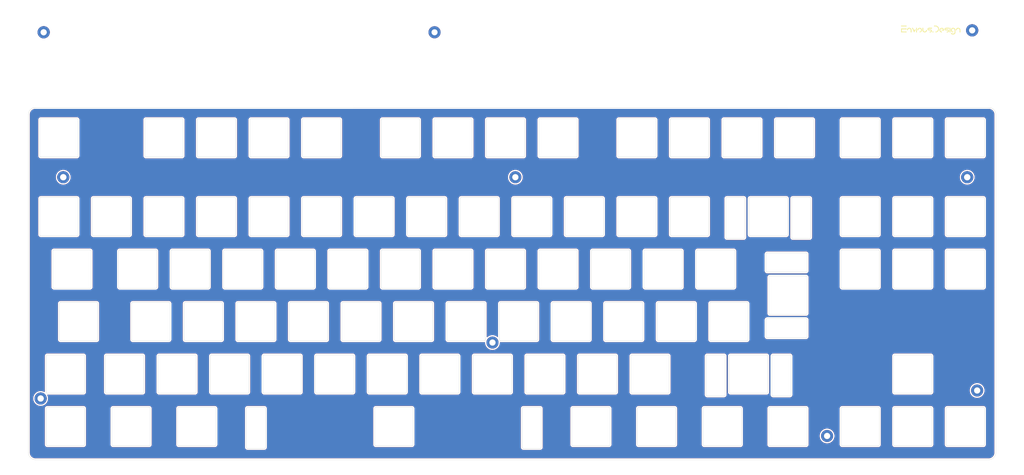
<source format=kicad_pcb>
(kicad_pcb (version 20211014) (generator pcbnew)
  (title_block (title "EnvKB") (date "2021-04-06") (rev "Rev.1"))
  (layers (0 "F.Cu" signal) (31 "B.Cu" signal) (34 "B.Paste" user) (35 "F.Paste" user) (36 "B.SilkS" user "B.Silkscreen") (37 "F.SilkS" user "F.Silkscreen") (38 "B.Mask" user) (39 "F.Mask" user) (44 "Edge.Cuts" user))
  (net 0 "")
  (footprint "MountingHole:MountingHole_2.2mm_M2_Pad" (layer "F.Cu") (at 376 116)
    (fp_text reference "H10")
    (fp_text value "MountingHole")
    (pad "1" thru_hole circle locked (at 0 0) (size 4.4 4.4) (drill 2.2) (layers *.Cu *.Mask))
  )
  (footprint "MountingHole:MountingHole_2.2mm_M2_Pad" (layer "F.Cu") (at 379.6 193.4)
    (fp_text reference "H4")
    (fp_text value "MountingHole")
    (pad "1" thru_hole circle locked (at 0 0) (size 4.4 4.4) (drill 2.2) (layers *.Cu *.Mask))
  )
  (footprint "MountingHole:MountingHole_2.2mm_M2_Pad" (layer "F.Cu") (at 212.2 116)
    (fp_text reference "H6")
    (fp_text value "MountingHole")
    (pad "1" thru_hole circle locked (at 0 0) (size 4.4 4.4) (drill 2.2) (layers *.Cu *.Mask))
  )
  (footprint "MountingHole:MountingHole_2.2mm_M2_Pad" (layer "F.Cu") (at 377.8 62.7)
    (fp_text reference "H1")
    (fp_text value "MountingHole")
    (pad "1" thru_hole circle locked (at 0 0) (size 4.4 4.4) (drill 2.2) (layers *.Cu *.Mask))
  )
  (footprint "MountingHole:MountingHole_2.2mm_M2_Pad" (layer "F.Cu") (at 40.1 196.3)
    (fp_text reference "H3")
    (fp_text value "MountingHole")
    (pad "1" thru_hole circle locked (at 0 0) (size 4.4 4.4) (drill 2.2) (layers *.Cu *.Mask))
  )
  (footprint "MountingHole:MountingHole_2.2mm_M2_Pad" (layer "F.Cu") (at 41.2 63.4)
    (fp_text reference "H0")
    (fp_text value "MountingHole")
    (pad "1" thru_hole circle locked (at 0 0) (size 4.4 4.4) (drill 2.2) (layers *.Cu *.Mask))
  )
  (footprint "MountingHole:MountingHole_2.2mm_M2_Pad" (layer "F.Cu") (at 48.3 116)
    (fp_text reference "H9")
    (fp_text value "MountingHole")
    (pad "1" thru_hole circle locked (at 0 0) (size 4.4 4.4) (drill 2.2) (layers *.Cu *.Mask))
  )
  (footprint "MountingHole:MountingHole_2.2mm_M2_Pad" (layer "F.Cu") (at 48.3 116)
    (fp_text reference "H9")
    (fp_text value "MountingHole")
    (pad "1" thru_hole circle locked (at 0 0) (size 4.4 4.4) (drill 2.2) (layers *.Cu *.Mask))
  )
  (footprint "kibuzzard-6250C4E7" (layer "F.Cu") (at 362.8 62.6)
    (fp_text reference "kibuzzard-6250C4E7" hide)
    (fp_text value "G***" hide)
  )
  (footprint "MountingHole:MountingHole_2.2mm_M2_Pad" (layer "F.Cu") (at 376 116)
    (fp_text reference "H10")
    (fp_text value "MountingHole")
    (pad "1" thru_hole circle locked (at 0 0) (size 4.4 4.4) (drill 2.2) (layers *.Cu *.Mask))
  )
  (footprint "MountingHole:MountingHole_2.2mm_M2_Pad" (layer "F.Cu") (at 325.2 209.9)
    (fp_text reference "H4")
    (fp_text value "MountingHole")
    (pad "1" thru_hole circle locked (at 0 0) (size 4.4 4.4) (drill 2.2) (layers *.Cu *.Mask))
  )
  (footprint "MountingHole:MountingHole_2.2mm_M2_Pad" (layer "F.Cu") (at 182.9 63.4)
    (fp_text reference "H11")
    (fp_text value "MountingHole")
    (pad "1" thru_hole circle (at 0 0) (size 4.4 4.4) (drill 2.2) (layers *.Cu *.Mask))
  )
  (footprint "MountingHole:MountingHole_2.2mm_M2_Pad" (layer "F.Cu") (at 40.1 196.3)
    (fp_text reference "H3")
    (fp_text value "MountingHole")
    (pad "1" thru_hole circle locked (at 0 0) (size 4.4 4.4) (drill 2.2) (layers *.Cu *.Mask))
  )
  (footprint "MountingHole:MountingHole_2.2mm_M2_Pad" (layer "F.Cu") (at 41.2 63.4)
    (fp_text reference "H0")
    (fp_text value "MountingHole")
    (pad "1" thru_hole circle locked (at 0 0) (size 4.4 4.4) (drill 2.2) (layers *.Cu *.Mask))
  )
  (footprint "MountingHole:MountingHole_2.2mm_M2_Pad" (layer "F.Cu") (at 203.9 176)
    (fp_text reference "H7")
    (fp_text value "MountingHole")
    (pad "1" thru_hole circle (at 0 0) (size 4.4 4.4) (drill 2.2) (layers *.Cu *.Mask))
  )
  (footprint "MountingHole:MountingHole_2.2mm_M2_Pad" (layer "F.Cu") (at 377.8 62.7)
    (fp_text reference "H1")
    (fp_text value "MountingHole")
    (pad "1" thru_hole circle locked (at 0 0) (size 4.4 4.4) (drill 2.2) (layers *.Cu *.Mask))
  )
  (gr_line (start 110.353552 137.278555) (end 97.353552 137.278552) (layer "Edge.Cuts") (width 0.1))
  (gr_line (start 68.278552 155.828554) (end 68.278552 142.828553) (layer "Edge.Cuts") (width 0.1))
  (gr_line (start 295.440552 137.778553) (end 295.440552 123.778555) (layer "Edge.Cuts") (width 0.1))
  (gr_arc (start 382.316052 136.778554) (mid 382.169604 137.132107) (end 381.816051 137.278552) (layer "Edge.Cuts") (width 0.1))
  (gr_arc (start 68.278552 142.828553) (mid 68.424999 142.475001) (end 68.778551 142.328554) (layer "Edge.Cuts") (width 0.1))
  (gr_arc (start 294.209802 212.978552) (mid 294.063356 213.332107) (end 293.709802 213.478555) (layer "Edge.Cuts") (width 0.1))
  (gr_arc (start 148.953552 108.203554) (mid 148.807105 108.557108) (end 148.453552 108.703554) (layer "Edge.Cuts") (width 0.1))
  (gr_arc (start 287.796802 180.428554) (mid 288.150355 180.575) (end 288.296803 180.928552) (layer "Edge.Cuts") (width 0.1))
  (gr_arc (start 153.716053 193.928554) (mid 153.569606 194.282108) (end 153.216052 194.428555) (layer "Edge.Cuts") (width 0.1))
  (gr_arc (start 362.766052 180.428554) (mid 363.119605 180.575) (end 363.266053 180.928552) (layer "Edge.Cuts") (width 0.1))
  (gr_line (start 287.353552 95.203555) (end 287.353552 108.203552) (layer "Edge.Cuts") (width 0.1))
  (gr_line (start 205.603552 137.278552) (end 192.603553 137.278552) (layer "Edge.Cuts") (width 0.1))
  (gr_line (start 201.341053 174.878555) (end 201.341053 161.878553) (layer "Edge.Cuts") (width 0.1))
  (gr_line (start 163.528552 142.828553) (end 163.528551 155.828553) (layer "Edge.Cuts") (width 0.1))
  (gr_line (start 177.028551 142.328554) (end 164.028552 142.328554) (layer "Edge.Cuts") (width 0.1))
  (gr_arc (start 246.584802 212.978554) (mid 246.438356 213.332107) (end 246.084803 213.478554) (layer "Edge.Cuts") (width 0.1))
  (gr_line (start 318.816552 138.278553) (end 312.816553 138.278553) (layer "Edge.Cuts") (width 0.1))
  (gr_line (start 200.841052 161.378553) (end 187.841052 161.378554) (layer "Edge.Cuts") (width 0.1))
  (gr_line (start 173.553551 137.278552) (end 186.553553 137.278552) (layer "Edge.Cuts") (width 0.1))
  (gr_line (start 349.766053 137.278555) (end 362.766052 137.278555) (layer "Edge.Cuts") (width 0.1))
  (gr_arc (start 220.678552 95.203553) (mid 220.824999 94.850001) (end 221.178551 94.703553) (layer "Edge.Cuts") (width 0.1))
  (gr_arc (start 215.628552 155.828553) (mid 215.482105 156.182106) (end 215.128552 156.328554) (layer "Edge.Cuts") (width 0.1))
  (gr_arc (start 330.716052 156.328555) (mid 330.362496 156.182108) (end 330.216052 155.828552) (layer "Edge.Cuts") (width 0.1))
  (gr_line (start 103.709802 212.978553) (end 103.709802 199.978554) (layer "Edge.Cuts") (width 0.1))
  (gr_line (start 183.078552 108.703555) (end 196.078552 108.703555) (layer "Edge.Cuts") (width 0.1))
  (gr_arc (start 83.066053 194.428555) (mid 82.712498 194.282109) (end 82.566052 193.928554) (layer "Edge.Cuts") (width 0.1))
  (gr_line (start 248.966052 193.928553) (end 248.966052 180.928553) (layer "Edge.Cuts") (width 0.1))
  (gr_line (start 304.522302 213.478555) (end 317.522302 213.478554) (layer "Edge.Cuts") (width 0.1))
  (gr_arc (start 177.528551 108.203553) (mid 177.382105 108.557106) (end 177.028552 108.703555) (layer "Edge.Cuts") (width 0.1))
  (gr_line (start 174.647302 199.478552) (end 161.647302 199.478553) (layer "Edge.Cuts") (width 0.1))
  (gr_arc (start 197.366053 194.428555) (mid 197.012499 194.282108) (end 196.866052 193.928554) (layer "Edge.Cuts") (width 0.1))
  (gr_arc (start 221.647302 213.978554) (mid 221.500855 214.332106) (end 221.147302 214.478552) (layer "Edge.Cuts") (width 0.1))
  (gr_arc (start 277.541052 174.878555) (mid 277.394605 175.232107) (end 277.041052 175.378554) (layer "Edge.Cuts") (width 0.1))
  (gr_line (start 129.903551 123.778555) (end 129.903551 136.778554) (layer "Edge.Cuts") (width 0.1))
  (gr_arc (start 318.816552 123.278555) (mid 319.170104 123.425001) (end 319.316552 123.778553) (layer "Edge.Cuts") (width 0.1))
  (gr_circle (center 212.199999 116) (end 211.099999 116) (layer "Edge.Cuts") (width 0.1) (fill none))
  (gr_arc (start 381.816052 94.703552) (mid 382.169606 94.85) (end 382.316052 95.203554) (layer "Edge.Cuts") (width 0.1))
  (gr_line (start 158.766051 180.928555) (end 158.766051 193.928554) (layer "Edge.Cuts") (width 0.1))
  (gr_arc (start 87.041052 174.878554) (mid 86.894605 175.232108) (end 86.541052 175.378554) (layer "Edge.Cuts") (width 0.1))
  (gr_arc (start 168.003552 136.778554) (mid 167.857104 137.132107) (end 167.503551 137.278552) (layer "Edge.Cuts") (width 0.1))
  (gr_arc (start 206.891052 175.378553) (mid 206.537499 175.232106) (end 206.391052 174.878553) (layer "Edge.Cuts") (width 0.1))
  (gr_arc (start 129.403552 94.703554) (mid 129.757105 94.850001) (end 129.903551 95.203554) (layer "Edge.Cuts") (width 0.1))
  (gr_arc (start 149.741052 175.378553) (mid 149.3875 175.232107) (end 149.241052 174.878555) (layer "Edge.Cuts") (width 0.1))
  (gr_arc (start 81.778553 142.328554) (mid 82.132104 142.475001) (end 82.278552 142.828553) (layer "Edge.Cuts") (width 0.1))
  (gr_arc (start 232.584803 199.978554) (mid 232.73125 199.625002) (end 233.084802 199.478554) (layer "Edge.Cuts") (width 0.1))
  (gr_line (start 304.022302 152.353554) (end 304.022302 165.353553) (layer "Edge.Cuts") (width 0.1))
  (gr_arc (start 40.203553 137.278555) (mid 39.849998 137.132109) (end 39.703552 136.778554) (layer "Edge.Cuts") (width 0.1))
  (gr_line (start 268.803552 94.703553) (end 281.803552 94.703552) (layer "Edge.Cuts") (width 0.1))
  (gr_arc (start 296.591052 174.878554) (mid 296.444605 175.232108) (end 296.091052 175.378554) (layer "Edge.Cuts") (width 0.1))
  (gr_line (start 349.266052 123.778555) (end 349.266052 136.778554) (layer "Edge.Cuts") (width 0.1))
  (gr_line (start 246.584802 212.978554) (end 246.584802 199.978553) (layer "Edge.Cuts") (width 0.1))
  (gr_arc (start 72.253552 123.278553) (mid 72.607105 123.425) (end 72.753551 123.778553) (layer "Edge.Cuts") (width 0.1))
  (gr_line (start 139.716052 180.928552) (end 139.716052 193.928554) (layer "Edge.Cuts") (width 0.1))
  (gr_line (start 239.728552 155.828552) (end 239.728552 142.828554) (layer "Edge.Cuts") (width 0.1))
  (gr_line (start 244.991052 175.378552) (end 257.991052 175.378553) (layer "Edge.Cuts") (width 0.1))
  (gr_arc (start 125.928552 156.328555) (mid 125.574996 156.182108) (end 125.428552 155.828552) (layer "Edge.Cuts") (width 0.1))
  (gr_arc (start 79.397302 199.478552) (mid 79.750857 199.625) (end 79.897302 199.978555) (layer "Edge.Cuts") (width 0.1))
  (gr_arc (start 77.803552 95.203555) (mid 77.949998 94.85) (end 78.303552 94.703552) (layer "Edge.Cuts") (width 0.1))
  (gr_arc (start 349.266052 199.978554) (mid 349.412499 199.625001) (end 349.766053 199.478553) (layer "Edge.Cuts") (width 0.1))
  (gr_line (start 312.816553 123.278555) (end 318.816552 123.278555) (layer "Edge.Cuts") (width 0.1))
  (gr_line (start 92.091052 161.878553) (end 92.091052 174.878553) (layer "Edge.Cuts") (width 0.1))
  (gr_line (start 368.816052 108.703554) (end 381.816052 108.703555) (layer "Edge.Cuts") (width 0.1))
  (gr_line (start 304.022302 199.978554) (end 304.022302 212.978553) (layer "Edge.Cuts") (width 0.1))
  (gr_arc (start 163.241052 174.878553) (mid 163.094605 175.232106) (end 162.741052 175.378553) (layer "Edge.Cuts") (width 0.1))
  (gr_line (start 116.403551 123.278555) (end 129.403552 123.278555) (layer "Edge.Cuts") (width 0.1))
  (gr_line (start 72.253552 123.278553) (end 59.253552 123.278555) (layer "Edge.Cuts") (width 0.1))
  (gr_line (start 40.203553 123.278555) (end 53.203552 123.278555) (layer "Edge.Cuts") (width 0.1))
  (gr_arc (start 44.466052 142.828554) (mid 44.612499 142.475001) (end 44.966052 142.328555) (layer "Edge.Cuts") (width 0.1))
  (gr_line (start 254.516052 194.428552) (end 267.516052 194.428555) (layer "Edge.Cuts") (width 0.1))
  (gr_line (start 115.147302 199.478554) (end 121.147302 199.478552) (layer "Edge.Cuts") (width 0.1))
  (gr_line (start 330.716051 108.703554) (end 343.716053 108.703554) (layer "Edge.Cuts") (width 0.1))
  (gr_arc (start 289.734803 180.928555) (mid 289.881249 180.575001) (end 290.234802 180.428555) (layer "Edge.Cuts") (width 0.1))
  (gr_arc (start 291.328553 142.328554) (mid 291.682104 142.475001) (end 291.828552 142.828553) (layer "Edge.Cuts") (width 0.1))
  (gr_arc (start 158.478552 155.828553) (mid 158.332105 156.182106) (end 157.978552 156.328554) (layer "Edge.Cuts") (width 0.1))
  (gr_arc (start 368.316052 199.978555) (mid 368.462498 199.625001) (end 368.816052 199.478553) (layer "Edge.Cuts") (width 0.1))
  (gr_arc (start 211.153551 123.778555) (mid 211.299997 123.425) (end 211.653552 123.278555) (layer "Edge.Cuts") (width 0.1))
  (gr_line (start 196.078552 94.703552) (end 183.078552 94.703552) (layer "Edge.Cuts") (width 0.1))
  (gr_arc (start 163.528552 95.203555) (mid 163.674998 94.850001) (end 164.028552 94.703553) (layer "Edge.Cuts") (width 0.1))
  (gr_arc (start 249.253552 95.203554) (mid 249.399999 94.850001) (end 249.753553 94.703553) (layer "Edge.Cuts") (width 0.1))
  (gr_arc (start 268.303552 95.203555) (mid 268.449998 94.850001) (end 268.803552 94.703553) (layer "Edge.Cuts") (width 0.1))
  (gr_line (start 243.703553 137.278555) (end 230.703551 137.278555) (layer "Edge.Cuts") (width 0.1))
  (gr_arc (start 349.266052 180.928552) (mid 349.4125 180.575) (end 349.766052 180.428553) (layer "Edge.Cuts") (width 0.1))
  (gr_line (start 196.578552 108.203552) (end 196.578552 95.203555) (layer "Edge.Cuts") (width 0.1))
  (gr_line (start 343.716052 156.328555) (end 330.716052 156.328555) (layer "Edge.Cuts") (width 0.1))
  (gr_line (start 362.766052 142.328554) (end 349.766052 142.328555) (layer "Edge.Cuts") (width 0.1))
  (gr_arc (start 46.847302 161.878553) (mid 46.993749 161.525) (end 47.347302 161.378553) (layer "Edge.Cuts") (width 0.1))
  (gr_arc (start 234.178552 94.703554) (mid 234.532105 94.850001) (end 234.678551 95.203554) (layer "Edge.Cuts") (width 0.1))
  (gr_arc (start 233.084801 213.478554) (mid 232.731248 213.332107) (end 232.584802 212.978554) (layer "Edge.Cuts") (width 0.1))
  (gr_line (start 268.303552 136.778553) (end 268.303551 123.778553) (layer "Edge.Cuts") (width 0.1))
  (gr_line (start 139.428552 142.828555) (end 139.428552 155.828552) (layer "Edge.Cuts") (width 0.1))
  (gr_line (start 303.234802 180.428554) (end 290.234802 180.428555) (layer "Edge.Cuts") (width 0.1))
  (gr_line (start 56.084802 212.978553) (end 56.084802 199.978554) (layer "Edge.Cuts") (width 0.1))
  (gr_line (start 101.616052 193.928554) (end 101.616052 180.928552) (layer "Edge.Cuts") (width 0.1))
  (gr_circle (center 325.199999 209.900002) (end 324.099999 209.9) (layer "Edge.Cuts") (width 0.1) (fill none))
  (gr_arc (start 330.716051 108.703554) (mid 330.362498 108.557107) (end 330.216052 108.203554) (layer "Edge.Cuts") (width 0.1))
  (gr_arc (start 235.466052 194.428553) (mid 235.1125 194.282107) (end 234.966053 193.928554) (layer "Edge.Cuts") (width 0.1))
  (gr_arc (start 317.522302 143.415553) (mid 317.875856 143.562) (end 318.022302 143.915554) (layer "Edge.Cuts") (width 0.1))
  (gr_arc (start 90.209802 213.478555) (mid 89.856248 213.332107) (end 89.709802 212.978553) (layer "Edge.Cuts") (width 0.1))
  (gr_arc (start 382.316052 155.828553) (mid 382.169605 156.182107) (end 381.816051 156.328554) (layer "Edge.Cuts") (width 0.1))
  (gr_arc (start 153.216052 180.428554) (mid 153.569605 180.575) (end 153.716053 180.928552) (layer "Edge.Cuts") (width 0.1))
  (gr_arc (start 110.853552 108.203553) (mid 110.707105 108.557106) (end 110.353552 108.703554) (layer "Edge.Cuts") (width 0.1))
  (gr_line (start 256.397302 199.978554) (end 256.397302 212.978553) (layer "Edge.Cuts") (width 0.1))
  (gr_arc (start 368.316051 142.828554) (mid 368.462498 142.475) (end 368.816052 142.328554) (layer "Edge.Cuts") (width 0.1))
  (gr_arc (start 368.316052 95.203555) (mid 368.462498 94.850001) (end 368.816052 94.703553) (layer "Edge.Cuts") (width 0.1))
  (gr_line (start 318.022302 212.978553) (end 318.022302 199.978554) (layer "Edge.Cuts") (width 0.1))
  (gr_line (start 268.016052 193.928554) (end 268.016052 180.928552) (layer "Edge.Cuts") (width 0.1))
  (gr_arc (start 297.378553 137.278552) (mid 297.025001 137.132106) (end 296.878552 136.778554) (layer "Edge.Cuts") (width 0.1))
  (gr_arc (start 115.616052 193.928554) (mid 115.469604 194.282107) (end 115.116051 194.428552) (layer "Edge.Cuts") (width 0.1))
  (gr_arc (start 303.734802 193.928555) (mid 303.588354 194.282107) (end 303.234802 194.428555) (layer "Edge.Cuts") (width 0.1))
  (gr_arc (start 55.584802 180.428554) (mid 55.938355 180.575) (end 56.084802 180.928552) (layer "Edge.Cuts") (width 0.1))
  (gr_line (start 330.216052 95.203553) (end 330.216052 108.203554) (layer "Edge.Cuts") (width 0.1))
  (gr_arc (start 148.453552 123.278555) (mid 148.807104 123.425002) (end 148.953552 123.778554) (layer "Edge.Cuts") (width 0.1))
  (gr_line (start 42.584802 180.428554) (end 55.584802 180.428554) (layer "Edge.Cuts") (width 0.1))
  (gr_line (start 317.522302 143.415553) (end 303.522302 143.415552) (layer "Edge.Cuts") (width 0.1))
  (gr_arc (start 282.303551 136.778554) (mid 282.157104 137.132106) (end 281.803552 137.278553) (layer "Edge.Cuts") (width 0.1))
  (gr_line (start 192.103552 136.778554) (end 192.103552 123.778553) (layer "Edge.Cuts") (width 0.1))
  (gr_line (start 191.816052 193.928555) (end 191.816052 180.928554) (layer "Edge.Cuts") (width 0.1))
  (gr_arc (start 382.316052 108.203553) (mid 382.169605 108.557107) (end 381.816052 108.703555) (layer "Edge.Cuts") (width 0.1))
  (gr_arc (start 110.353552 94.703553) (mid 110.707106 94.85) (end 110.853552 95.203554) (layer "Edge.Cuts") (width 0.1))
  (gr_line (start 114.647302 213.978553) (end 114.647303 199.978554) (layer "Edge.Cuts") (width 0.1))
  (gr_line (start 183.078552 156.328553) (end 196.078552 156.328554) (layer "Edge.Cuts") (width 0.1))
  (gr_line (start 57.966052 156.328554) (end 44.966052 156.328554) (layer "Edge.Cuts") (width 0.1))
  (gr_arc (start 56.084802 212.978553) (mid 55.938355 213.332106) (end 55.584802 213.478554) (layer "Edge.Cuts") (width 0.1))
  (gr_line (start 79.397302 199.478552) (end 66.397302 199.478552) (layer "Edge.Cuts") (width 0.1))
  (gr_line (start 196.866052 193.928554) (end 196.866052 180.928555) (layer "Edge.Cuts") (width 0.1))
  (gr_arc (start 191.816052 193.928555) (mid 191.669605 194.282107) (end 191.316053 194.428555) (layer "Edge.Cuts") (width 0.1))
  (gr_line (start 202.128552 156.328554) (end 215.128552 156.328554) (layer "Edge.Cuts") (width 0.1))
  (gr_arc (start 42.084802 180.928555) (mid 42.231249 180.575002) (end 42.584802 180.428554) (layer "Edge.Cuts") (width 0.1))
  (gr_line (start 215.147303 199.478553) (end 221.147302 199.478553) (layer "Edge.Cuts") (width 0.1))
  (gr_arc (start 58.753551 123.778553) (mid 58.899999 123.425) (end 59.253552 123.278555) (layer "Edge.Cuts") (width 0.1))
  (gr_arc (start 79.897302 212.978552) (mid 79.750856 213.332106) (end 79.397302 213.478555) (layer "Edge.Cuts") (width 0.1))
  (gr_arc (start 53.203552 123.278555) (mid 53.557104 123.425002) (end 53.703552 123.778555) (layer "Edge.Cuts") (width 0.1))
  (gr_arc (start 349.766053 213.478554) (mid 349.412498 213.332108) (end 349.266052 212.978553) (layer "Edge.Cuts") (width 0.1))
  (gr_line (start 310.378552 137.278552) (end 297.378553 137.278552) (layer "Edge.Cuts") (width 0.1))
  (gr_line (start 168.791051 161.378555) (end 181.791052 161.378554) (layer "Edge.Cuts") (width 0.1))
  (gr_line (start 42.584802 213.478554) (end 55.584802 213.478554) (layer "Edge.Cuts") (width 0.1))
  (gr_arc (start 305.172803 180.928552) (mid 305.31925 180.575001) (end 305.672802 180.428553) (layer "Edge.Cuts") (width 0.1))
  (gr_arc (start 263.253552 108.203553) (mid 263.107106 108.557107) (end 262.753552 108.703554) (layer "Edge.Cuts") (width 0.1))
  (gr_line (start 101.328553 155.828553) (end 101.328553 142.828554) (layer "Edge.Cuts") (width 0.1))
  (gr_line (start 280.709802 199.478552) (end 293.709802 199.478552) (layer "Edge.Cuts") (width 0.1))
  (gr_line (start 106.378552 155.828552) (end 106.378551 142.828554) (layer "Edge.Cuts") (width 0.1))
  (gr_line (start 134.953552 95.203554) (end 134.953552 108.203553) (layer "Edge.Cuts") (width 0.1))
  (gr_line (start 221.147302 214.478552) (end 215.147303 214.478552) (layer "Edge.Cuts") (width 0.1))
  (gr_arc (start 91.303552 123.278552) (mid 91.657107 123.424999) (end 91.803553 123.778553) (layer "Edge.Cuts") (width 0.1))
  (gr_arc (start 248.966052 193.928553) (mid 248.819605 194.282107) (end 248.466052 194.428552) (layer "Edge.Cuts") (width 0.1))
  (gr_line (start 229.416052 194.428553) (end 216.416052 194.428552) (layer "Edge.Cuts") (width 0.1))
  (gr_arc (start 294.940552 123.278555) (mid 295.294104 123.425002) (end 295.440552 123.778555) (layer "Edge.Cuts") (width 0.1))
  (gr_arc (start 201.628552 95.203554) (mid 201.774999 94.850001) (end 202.128552 94.703553) (layer "Edge.Cuts") (width 0.1))
  (gr_arc (start 249.253552 123.778553) (mid 249.399999 123.424999) (end 249.753553 123.278555) (layer "Edge.Cuts") (width 0.1))
  (gr_arc (start 256.397302 199.978554) (mid 256.543749 199.625001) (end 256.897302 199.478553) (layer "Edge.Cuts") (width 0.1))
  (gr_line (start 187.341052 161.878553) (end 187.341052 174.878555) (layer "Edge.Cuts") (width 0.1))
  (gr_arc (start 111.141052 161.878552) (mid 111.287499 161.524999) (end 111.641052 161.378553) (layer "Edge.Cuts") (width 0.1))
  (gr_arc (start 119.878552 142.328555) (mid 120.232104 142.475002) (end 120.378552 142.828554) (layer "Edge.Cuts") (width 0.1))
  (gr_line (start 87.828553 156.328554) (end 100.828552 156.328554) (layer "Edge.Cuts") (width 0.1))
  (gr_arc (start 349.766053 108.703554) (mid 349.412498 108.557108) (end 349.266052 108.203553) (layer "Edge.Cuts") (width 0.1))
  (gr_line (start 349.266052 199.978554) (end 349.266052 212.978553) (layer "Edge.Cuts") (width 0.1))
  (gr_arc (start 102.116052 194.428555) (mid 101.762498 194.282108) (end 101.616052 193.928554) (layer "Edge.Cuts") (width 0.1))
  (gr_line (start 225.153552 136.778554) (end 225.153552 123.778555) (layer "Edge.Cuts") (width 0.1))
  (gr_arc (start 262.753552 94.703553) (mid 263.107106 94.85) (end 263.253552 95.203554) (layer "Edge.Cuts") (width 0.1))
  (gr_arc (start 304.022302 152.353554) (mid 304.168749 152.000001) (end 304.522302 151.853553) (layer "Edge.Cuts") (width 0.1))
  (gr_circle (center 203.899998 176.000001) (end 202.799999 176.000002) (layer "Edge.Cuts") (width 0.1) (fill none))
  (gr_arc (start 56.084802 193.928554) (mid 55.938355 194.282107) (end 55.584802 194.428555) (layer "Edge.Cuts") (width 0.1))
  (gr_line (start 81.778552 156.328553) (end 68.778551 156.328554) (layer "Edge.Cuts") (width 0.1))
  (gr_line (start 330.716051 199.478553) (end 343.716053 199.478553) (layer "Edge.Cuts") (width 0.1))
  (gr_arc (start 196.078552 94.703552) (mid 196.432107 94.85) (end 196.578552 95.203555) (layer "Edge.Cuts") (width 0.1))
  (gr_arc (start 173.053553 123.778553) (mid 173.2 123.425002) (end 173.553552 123.278553) (layer "Edge.Cuts") (width 0.1))
  (gr_arc (start 215.147303 214.478552) (mid 214.793751 214.332106) (end 214.647302 213.978554) (layer "Edge.Cuts") (width 0.1))
  (gr_arc (start 100.828552 142.328554) (mid 101.182104 142.475001) (end 101.328553 142.828554) (layer "Edge.Cuts") (width 0.1))
  (gr_arc (start 73.041052 161.878554) (mid 73.187498 161.524999) (end 73.541052 161.378554) (layer "Edge.Cuts") (width 0.1))
  (gr_line (start 157.978552 142.328554) (end 144.978552 142.328555) (layer "Edge.Cuts") (width 0.1))
  (gr_circle (center 379.599999 193.400002) (end 378.499998 193.400001) (layer "Edge.Cuts") (width 0.1) (fill none))
  (gr_arc (start 196.866052 180.928555) (mid 197.012498 180.574999) (end 197.366053 180.428554) (layer "Edge.Cuts") (width 0.1))
  (gr_line (start 201.628552 142.828554) (end 201.628552 155.828553) (layer "Edge.Cuts") (width 0.1))
  (gr_line (start 106.091052 174.878555) (end 106.091052 161.878553) (layer "Edge.Cuts") (width 0.1))
  (gr_line (start 221.178551 94.703553) (end 234.178552 94.703554) (layer "Edge.Cuts") (width 0.1))
  (gr_arc (start 182.291051 174.878555) (mid 182.144604 175.232107) (end 181.791052 175.378554) (layer "Edge.Cuts") (width 0.1))
  (gr_line (start 73.541052 175.378554) (end 86.541052 175.378554) (layer "Edge.Cuts") (width 0.1))
  (gr_arc (start 306.903552 108.703555) (mid 306.549997 108.557108) (end 306.403552 108.203553) (layer "Edge.Cuts") (width 0.1))
  (gr_line (start 148.953552 108.203554) (end 148.953553 95.203554) (layer "Edge.Cuts") (width 0.1))
  (gr_line (start 383.81911 90.704003) (end 38.204062 90.695198) (layer "Edge.Cuts") (width 0.1))
  (gr_line (start 168.003552 123.778553) (end 168.003552 136.778554) (layer "Edge.Cuts") (width 0.1))
  (gr_line (start 192.603552 123.278553) (end 205.603552 123.278555) (layer "Edge.Cuts") (width 0.1))
  (gr_line (start 187.053552 136.778553) (end 187.053551 123.778553) (layer "Edge.Cuts") (width 0.1))
  (gr_arc (start 318.022302 149.915553) (mid 317.875855 150.269106) (end 317.522302 150.415553) (layer "Edge.Cuts") (width 0.1))
  (gr_line (start 318.022302 173.791553) (end 318.022302 167.791554) (layer "Edge.Cuts") (width 0.1))
  (gr_arc (start 234.966053 180.928552) (mid 235.1125 180.575001) (end 235.466052 180.428553) (layer "Edge.Cuts") (width 0.1))
  (gr_line (start 349.766053 94.703553) (end 362.766052 94.703553) (layer "Edge.Cuts") (width 0.1))
  (gr_line (start 294.209802 199.978555) (end 294.209802 212.978552) (layer "Edge.Cuts") (width 0.1))
  (gr_line (start 206.103553 123.778553) (end 206.103552 136.778553) (layer "Edge.Cuts") (width 0.1))
  (gr_line (start 73.041052 161.878554) (end 73.041052 174.878554) (layer "Edge.Cuts") (width 0.1))
  (gr_arc (start 304.522302 165.853554) (mid 304.168748 165.707107) (end 304.022302 165.353553) (layer "Edge.Cuts") (width 0.1))
  (gr_arc (start 157.978552 142.328554) (mid 158.332105 142.475001) (end 158.478552 142.828554) (layer "Edge.Cuts") (width 0.1))
  (gr_line (start 280.209802 212.978552) (end 280.209802 199.978555) (layer "Edge.Cuts") (width 0.1))
  (gr_arc (start 135.453552 137.278554) (mid 135.099998 137.132107) (end 134.953552 136.778554) (layer "Edge.Cuts") (width 0.1))
  (gr_line (start 47.347302 161.378553) (end 60.347301 161.378555) (layer "Edge.Cuts") (width 0.1))
  (gr_line (start 263.253552 123.778555) (end 263.253552 136.778554) (layer "Edge.Cuts") (width 0.1))
  (gr_arc (start 105.591052 161.378553) (mid 105.944605 161.525) (end 106.091052 161.878553) (layer "Edge.Cuts") (width 0.1))
  (gr_arc (start 78.303552 137.278553) (mid 77.949999 137.132106) (end 77.803552 136.778553) (layer "Edge.Cuts") (width 0.1))
  (gr_line (start 215.628552 108.203553) (end 215.628552 95.203554) (layer "Edge.Cuts") (width 0.1))
  (gr_arc (start 363.266052 155.828552) (mid 363.119605 156.182106) (end 362.766052 156.328554) (layer "Edge.Cuts") (width 0.1))
  (gr_line (start 121.647302 199.978555) (end 121.647302 213.978555) (layer "Edge.Cuts") (width 0.1))
  (gr_line (start 35.703999 93.195196) (end 35.703999 215.979002) (layer "Edge.Cuts") (width 0.1))
  (gr_line (start 124.641051 161.378553) (end 111.641052 161.378553) (layer "Edge.Cuts") (width 0.1))
  (gr_line (start 229.916051 180.928552) (end 229.916051 193.928554) (layer "Edge.Cuts") (width 0.1))
  (gr_arc (start 134.666052 193.928553) (mid 134.519606 194.282108) (end 134.166052 194.428553) (layer "Edge.Cuts") (width 0.1))
  (gr_line (start 83.066052 180.428555) (end 96.066052 180.428554) (layer "Edge.Cuts") (width 0.1))
  (gr_arc (start 238.941053 161.378553) (mid 239.294605 161.525) (end 239.441052 161.878552) (layer "Edge.Cuts") (width 0.1))
  (gr_line (start 55.584802 194.428555) (end 42.584802 194.428552) (layer "Edge.Cuts") (width 0.1))
  (gr_arc (start 220.678552 142.828555) (mid 220.824998 142.475001) (end 221.178552 142.328555) (layer "Edge.Cuts") (width 0.1))
  (gr_arc (start 89.709802 199.978554) (mid 89.856249 199.625) (end 90.209802 199.478552) (layer "Edge.Cuts") (width 0.1))
  (gr_line (start 120.666052 193.928553) (end 120.666052 180.928553) (layer "Edge.Cuts") (width 0.1))
  (gr_circle (center 375.999999 116.000001) (end 374.899999 115.999999) (layer "Edge.Cuts") (width 0.1) (fill none))
  (gr_arc (start 253.728552 155.828552) (mid 253.582105 156.182106) (end 253.228552 156.328554) (layer "Edge.Cuts") (width 0.1))
  (gr_line (start 262.753552 137.278552) (end 249.753553 137.278555) (layer "Edge.Cuts") (width 0.1))
  (gr_line (start 386.315918 215.979066) (end 386.319045 93.204066) (layer "Edge.Cuts") (width 0.1))
  (gr_arc (start 362.766052 142.328554) (mid 363.119605 142.475001) (end 363.266053 142.828554) (layer "Edge.Cuts") (width 0.1))
  (gr_arc (start 269.897302 199.478552) (mid 270.250856 199.625) (end 270.397302 199.978554) (layer "Edge.Cuts") (width 0.1))
  (gr_arc (start 140.216052 194.428553) (mid 139.8625 194.282107) (end 139.716052 193.928554) (layer "Edge.Cuts") (width 0.1))
  (gr_line (start 201.628552 95.203554) (end 201.628552 108.203553) (layer "Edge.Cuts") (width 0.1))
  (gr_line (start 55.584802 199.478553) (end 42.584802 199.478553) (layer "Edge.Cuts") (width 0.1))
  (gr_arc (start 77.803553 123.778553) (mid 77.95 123.425001) (end 78.303552 123.278553) (layer "Edge.Cuts") (width 0.1))
  (gr_line (start 381.816052 123.278553) (end 368.816052 123.278555) (layer "Edge.Cuts") (width 0.1))
  (gr_line (start 46.847302 174.878555) (end 46.847302 161.878553) (layer "Edge.Cuts") (width 0.1))
  (gr_line (start 44.466052 155.828553) (end 44.466052 142.828554) (layer "Edge.Cuts") (width 0.1))
  (gr_arc (start 272.278551 142.328554) (mid 272.632104 142.475001) (end 272.778552 142.828554) (layer "Edge.Cuts") (width 0.1))
  (gr_arc (start 221.147302 199.478553) (mid 221.500856 199.625) (end 221.647302 199.978554) (layer "Edge.Cuts") (width 0.1))
  (gr_arc (start 115.903552 95.203553) (mid 116.049999 94.850001) (end 116.403551 94.703553) (layer "Edge.Cuts") (width 0.1))
  (gr_line (start 368.816052 142.328554) (end 381.816051 142.328554) (layer "Edge.Cuts") (width 0.1))
  (gr_line (start 175.147302 212.978553) (end 175.147302 199.978554) (layer "Edge.Cuts") (width 0.1))
  (gr_arc (start 363.266053 212.978553) (mid 363.119607 213.332108) (end 362.766052 213.478554) (layer "Edge.Cuts") (width 0.1))
  (gr_line (start 87.328552 142.828554) (end 87.328552 155.828553) (layer "Edge.Cuts") (width 0.1))
  (gr_line (start 161.147302 199.978555) (end 161.147302 212.978552) (layer "Edge.Cuts") (width 0.1))
  (gr_line (start 78.303552 108.703555) (end 91.303552 108.703555) (layer "Edge.Cuts") (width 0.1))
  (gr_arc (start 53.703552 136.778554) (mid 53.557105 137.132106) (end 53.203552 137.278552) (layer "Edge.Cuts") (width 0.1))
  (gr_line (start 77.516052 193.928555) (end 77.516051 180.928555) (layer "Edge.Cuts") (width 0.1))
  (gr_line (start 244.491052 161.878553) (end 244.491052 174.878553) (layer "Edge.Cuts") (width 0.1))
  (gr_arc (start 65.897302 199.978555) (mid 66.043748 199.625001) (end 66.397302 199.478552) (layer "Edge.Cuts") (width 0.1))
  (gr_line (start 96.853552 136.778554) (end 96.853552 123.778553) (layer "Edge.Cuts") (width 0.1))
  (gr_line (start 382.316052 136.778554) (end 382.316052 123.778553) (layer "Edge.Cuts") (width 0.1))
  (gr_arc (start 311.672802 180.428554) (mid 312.026355 180.575001) (end 312.172803 180.928555) (layer "Edge.Cuts") (width 0.1))
  (gr_arc (start 110.853552 136.778554) (mid 110.707105 137.132107) (end 110.353552 137.278555) (layer "Edge.Cuts") (width 0.1))
  (gr_line (start 330.216052 136.778555) (end 330.216052 123.778554) (layer "Edge.Cuts") (width 0.1))
  (gr_line (start 116.403551 108.703554) (end 129.403552 108.703553) (layer "Edge.Cuts") (width 0.1))
  (gr_line (start 368.816052 199.478553) (end 381.816052 199.478552) (layer "Edge.Cuts") (width 0.1))
  (gr_arc (start 312.816553 138.278553) (mid 312.463 138.132106) (end 312.316552 137.778553) (layer "Edge.Cuts") (width 0.1))
  (gr_line (start 281.796802 180.428555) (end 287.796802 180.428554) (layer "Edge.Cuts") (width 0.1))
  (gr_line (start 220.678552 142.828555) (end 220.678552 155.828552) (layer "Edge.Cuts") (width 0.1))
  (gr_arc (start 215.916051 180.928552) (mid 216.062499 180.575) (end 216.416052 180.428554) (layer "Edge.Cuts") (width 0.1))
  (gr_line (start 282.303551 123.778553) (end 282.303551 136.778554) (layer "Edge.Cuts") (width 0.1))
  (gr_arc (start 249.753553 108.703554) (mid 249.399999 108.557107) (end 249.253552 108.203553) (layer "Edge.Cuts") (width 0.1))
  (gr_arc (start 91.303552 94.703552) (mid 91.657107 94.85) (end 91.803552 95.203555) (layer "Edge.Cuts") (width 0.1))
  (gr_arc (start 282.303551 108.203553) (mid 282.157105 108.557106) (end 281.803552 108.703555) (layer "Edge.Cuts") (width 0.1))
  (gr_line (start 368.316051 212.978553) (end 368.316052 199.978555) (layer "Edge.Cuts") (width 0.1))
  (gr_arc (start 134.953552 95.203554) (mid 135.099999 94.850001) (end 135.453552 94.703554) (layer "Edge.Cuts") (width 0.1))
  (gr_line (start 281.803552 108.703555) (end 268.803552 108.703554) (layer "Edge.Cuts") (width 0.1))
  (gr_arc (start 91.803552 136.778553) (mid 91.657105 137.132107) (end 91.303552 137.278552) (layer "Edge.Cuts") (width 0.1))
  (gr_line (start 270.397302 212.978553) (end 270.397302 199.978554) (layer "Edge.Cuts") (width 0.1))
  (gr_line (start 330.716052 142.328555) (end 343.716052 142.328555) (layer "Edge.Cuts") (width 0.1))
  (gr_line (start 225.441052 174.878553) (end 225.441052 161.878552) (layer "Edge.Cuts") (width 0.1))
  (gr_line (start 72.753551 136.778554) (end 72.753551 123.778553) (layer "Edge.Cuts") (width 0.1))
  (gr_line (start 269.897302 199.478552) (end 256.897302 199.478553) (layer "Edge.Cuts") (width 0.1))
  (gr_arc (start 229.416052 180.428553) (mid 229.769605 180.574999) (end 229.916051 180.928552) (layer "Edge.Cuts") (width 0.1))
  (gr_arc (start 106.091052 174.878555) (mid 105.944605 175.232108) (end 105.591052 175.378553) (layer "Edge.Cuts") (width 0.1))
  (gr_arc (start 310.378552 123.278555) (mid 310.732104 123.425001) (end 310.878553 123.778553) (layer "Edge.Cuts") (width 0.1))
  (gr_line (start 121.147302 214.478555) (end 115.147302 214.478553) (layer "Edge.Cuts") (width 0.1))
  (gr_arc (start 295.440552 137.778553) (mid 295.294106 138.132107) (end 294.940552 138.278553) (layer "Edge.Cuts") (width 0.1))
  (gr_arc (start 330.216052 95.203553) (mid 330.362499 94.850001) (end 330.716051 94.703553) (layer "Edge.Cuts") (width 0.1))
  (gr_arc (start 110.353552 123.278555) (mid 110.707105 123.425001) (end 110.853552 123.778553) (layer "Edge.Cuts") (width 0.1))
  (gr_arc (start 224.653551 123.278555) (mid 225.007104 123.425002) (end 225.153552 123.778555) (layer "Edge.Cuts") (width 0.1))
  (gr_arc (start 64.016051 194.428555) (mid 63.662497 194.282108) (end 63.516052 193.928555) (layer "Edge.Cuts") (width 0.1))
  (gr_line (start 130.691052 175.378552) (end 143.691052 175.378553) (layer "Edge.Cuts") (width 0.1))
  (gr_arc (start 254.516052 194.428552) (mid 254.1625 194.282106) (end 254.016052 193.928554) (layer "Edge.Cuts") (width 0.1))
  (gr_arc (start 196.578552 108.203552) (mid 196.432105 108.557106) (end 196.078552 108.703555) (layer "Edge.Cuts") (width 0.1))
  (gr_arc (start 230.703551 137.278555) (mid 230.349998 137.132108) (end 230.203552 136.778555) (layer "Edge.Cuts") (width 0.1))
  (gr_arc (start 214.647302 199.978554) (mid 214.793749 199.625001) (end 215.147303 199.478553) (layer "Edge.Cuts") (width 0.1))
  (gr_arc (start 60.347301 161.378555) (mid 60.700854 161.525001) (end 60.847302 161.878553) (layer "Edge.Cuts") (width 0.1))
  (gr_line (start 259.278552 142.328554) (end 272.278551 142.328554) (layer "Edge.Cuts") (width 0.1))
  (gr_line (start 91.803553 123.778553) (end 91.803552 136.778553) (layer "Edge.Cuts") (width 0.1))
  (gr_line (start 129.903551 108.203553) (end 129.903551 95.203554) (layer "Edge.Cuts") (width 0.1))
  (gr_line (start 202.128552 108.703555) (end 215.128552 108.703554) (layer "Edge.Cuts") (width 0.1))
  (gr_arc (start 202.128552 108.703555) (mid 201.774997 108.557108) (end 201.628552 108.203553) (layer "Edge.Cuts") (width 0.1))
  (gr_arc (start 277.041052 161.378554) (mid 277.394605 161.525) (end 277.541052 161.878553) (layer "Edge.Cuts") (width 0.1))
  (gr_line (start 96.853552 108.203553) (end 96.853552 95.203554) (layer "Edge.Cuts") (width 0.1))
  (gr_arc (start 290.234803 194.428555) (mid 289.881248 194.282109) (end 289.734803 193.928554) (layer "Edge.Cuts") (width 0.1))
  (gr_line (start 317.522302 151.853553) (end 304.522302 151.853553) (layer "Edge.Cuts") (width 0.1))
  (gr_arc (start 270.397302 212.978553) (mid 270.250855 213.332107) (end 269.897302 213.478555) (layer "Edge.Cuts") (width 0.1))
  (gr_line (start 119.878552 156.328555) (end 106.878552 156.328554) (layer "Edge.Cuts") (width 0.1))
  (gr_arc (start 254.016052 180.928555) (mid 254.162499 180.575002) (end 254.516052 180.428554) (layer "Edge.Cuts") (width 0.1))
  (gr_arc (start 253.228552 142.328555) (mid 253.582105 142.475002) (end 253.728552 142.828555) (layer "Edge.Cuts") (width 0.1))
  (gr_arc (start 230.203552 123.778554) (mid 230.349998 123.425001) (end 230.703551 123.278555) (layer "Edge.Cuts") (width 0.1))
  (gr_arc (start 206.391052 161.878553) (mid 206.537499 161.525) (end 206.891052 161.378553) (layer "Edge.Cuts") (width 0.1))
  (gr_line (start 53.703552 95.203554) (end 53.703552 108.203553) (layer "Edge.Cuts") (width 0.1))
  (gr_line (start 79.897302 212.978552) (end 79.897302 199.978555) (layer "Edge.Cuts") (width 0.1))
  (gr_arc (start 144.978552 156.328555) (mid 144.624998 156.182107) (end 144.478552 155.828553) (layer "Edge.Cuts") (width 0.1))
  (gr_line (start 210.366052 194.428555) (end 197.366053 194.428555) (layer "Edge.Cuts") (width 0.1))
  (gr_arc (start 317.522302 167.291553) (mid 317.875856 167.438) (end 318.022302 167.791554) (layer "Edge.Cuts") (width 0.1))
  (gr_line (start 172.766052 193.928554) (end 172.766052 180.928555) (layer "Edge.Cuts") (width 0.1))
  (gr_line (start 234.178552 142.328555) (end 221.178552 142.328555) (layer "Edge.Cuts") (width 0.1))
  (gr_line (start 288.440552 123.778553) (end 288.440552 137.778553) (layer "Edge.Cuts") (width 0.1))
  (gr_line (start 363.266053 212.978553) (end 363.266053 199.978554) (layer "Edge.Cuts") (width 0.1))
  (gr_line (start 239.441052 161.878552) (end 239.441051 174.878553) (layer "Edge.Cuts") (width 0.1))
  (gr_arc (start 111.641052 175.378553) (mid 111.287499 175.232106) (end 111.141051 174.878553) (layer "Edge.Cuts") (width 0.1))
  (gr_arc (start 116.403551 108.703554) (mid 116.049997 108.557107) (end 115.903552 108.203554) (layer "Edge.Cuts") (width 0.1))
  (gr_line (start 206.391052 161.878553) (end 206.391052 174.878553) (layer "Edge.Cuts") (width 0.1))
  (gr_line (start 65.897302 199.978555) (end 65.897302 212.978552) (layer "Edge.Cuts") (width 0.1))
  (gr_arc (start 363.266053 136.778554) (mid 363.119605 137.132107) (end 362.766052 137.278555) (layer "Edge.Cuts") (width 0.1))
  (gr_line (start 63.516052 180.928554) (end 63.516052 193.928555) (layer "Edge.Cuts") (width 0.1))
  (gr_line (start 267.516052 180.428554) (end 254.516052 180.428554) (layer "Edge.Cuts") (width 0.1))
  (gr_line (start 303.734802 193.928555) (end 303.734803 180.928555) (layer "Edge.Cuts") (width 0.1))
  (gr_line (start 58.466052 142.828554) (end 58.466052 155.828553) (layer "Edge.Cuts") (width 0.1))
  (gr_line (start 256.897302 213.478554) (end 269.897302 213.478555) (layer "Edge.Cuts") (width 0.1))
  (gr_arc (start 121.166051 194.428552) (mid 120.8125 194.282105) (end 120.666052 193.928553) (layer "Edge.Cuts") (width 0.1))
  (gr_arc (start 362.766052 199.478553) (mid 363.119605 199.625) (end 363.266053 199.978554) (layer "Edge.Cuts") (width 0.1))
  (gr_line (start 290.234803 194.428555) (end 303.234802 194.428555) (layer "Edge.Cuts") (width 0.1))
  (gr_line (start 129.403552 137.278554) (end 116.403551 137.278555) (layer "Edge.Cuts") (width 0.1))
  (gr_arc (start 256.897302 213.478554) (mid 256.543748 213.332107) (end 256.397302 212.978553) (layer "Edge.Cuts") (width 0.1))
  (gr_arc (start 53.203552 94.703553) (mid 53.557106 94.85) (end 53.703552 95.203554) (layer "Edge.Cuts") (width 0.1))
  (gr_line (start 317.522302 167.291553) (end 303.522301 167.291553) (layer "Edge.Cuts") (width 0.1))
  (gr_arc (start 66.397302 213.478555) (mid 66.043746 213.332108) (end 65.897302 212.978552) (layer "Edge.Cuts") (width 0.1))
  (gr_arc (start 42.584802 213.478554) (mid 42.231248 213.332107) (end 42.084802 212.978553) (layer "Edge.Cuts") (width 0.1))
  (gr_arc (start 303.522301 150.415553) (mid 303.168748 150.269107) (end 303.022302 149.915554) (layer "Edge.Cuts") (width 0.1))
  (gr_line (start 82.278552 142.828553) (end 82.278551 155.828553) (layer "Edge.Cuts") (width 0.1))
  (gr_line (start 249.753553 108.703554) (end 262.753552 108.703554) (layer "Edge.Cuts") (width 0.1))
  (gr_line (start 197.366053 180.428554) (end 210.366052 180.428554) (layer "Edge.Cuts") (width 0.1))
  (gr_arc (start 278.328551 156.328554) (mid 277.974998 156.182107) (end 277.828552 155.828554) (layer "Edge.Cuts") (width 0.1))
  (gr_arc (start 318.022302 212.978553) (mid 317.875855 213.332106) (end 317.522302 213.478554) (layer "Edge.Cuts") (width 0.1))
  (gr_line (start 262.753552 94.703553) (end 249.753553 94.703553) (layer "Edge.Cuts") (width 0.1))
  (gr_arc (start 268.803552 108.703554) (mid 268.449998 108.557107) (end 268.303552 108.203552) (layer "Edge.Cuts") (width 0.1))
  (gr_line (start 59.253552 137.278552) (end 72.253552 137.278553) (layer "Edge.Cuts") (width 0.1))
  (gr_line (start 268.803552 123.278555) (end 281.803552 123.278553) (layer "Edge.Cuts") (width 0.1))
  (gr_arc (start 103.209802 199.478553) (mid 103.563356 199.625) (end 103.709802 199.978554) (layer "Edge.Cuts") (width 0.1))
  (gr_arc (start 318.022302 165.353553) (mid 317.875856 165.707107) (end 317.522302 165.853555) (layer "Edge.Cuts") (width 0.1))
  (gr_line (start 159.266052 194.428555) (end 172.266051 194.428555) (layer "Edge.Cuts") (width 0.1))
  (gr_arc (start 168.291052 161.878554) (mid 168.437498 161.525001) (end 168.791051 161.378555) (layer "Edge.Cuts") (width 0.1))
  (gr_line (start 134.953552 136.778554) (end 134.953552 123.778555) (layer "Edge.Cuts") (width 0.1))
  (gr_arc (start 87.328552 142.828554) (mid 87.474999 142.475001) (end 87.828553 142.328554) (layer "Edge.Cuts") (width 0.1))
  (gr_arc (start 173.553551 137.278552) (mid 173.199999 137.132106) (end 173.053552 136.778553) (layer "Edge.Cuts") (width 0.1))
  (gr_line (start 297.378552 123.278553) (end 310.378552 123.278555) (layer "Edge.Cuts") (width 0.1))
  (gr_line (start 362.766052 123.278555) (end 349.766053 123.278555) (layer "Edge.Cuts") (width 0.1))
  (gr_line (start 138.928552 156.328555) (end 125.928552 156.328555) (layer "Edge.Cuts") (width 0.1))
  (gr_arc (start 200.841052 161.378553) (mid 201.194605 161.525) (end 201.341053 161.878553) (layer "Edge.Cuts") (width 0.1))
  (gr_arc (start 368.816052 156.328554) (mid 368.462498 156.182107) (end 368.316051 155.828553) (layer "Edge.Cuts") (width 0.1))
  (gr_line (start 310.878553 123.778553) (end 310.878552 136.778553) (layer "Edge.Cuts") (width 0.1))
  (gr_line (start 110.853552 123.778553) (end 110.853552 136.778554) (layer "Edge.Cuts") (width 0.1))
  (gr_arc (start 349.766053 137.278555) (mid 349.412498 137.132109) (end 349.266052 136.778554) (layer "Edge.Cuts") (width 0.1))
  (gr_arc (start 381.816052 123.278553) (mid 382.169605 123.425) (end 382.316052 123.778553) (layer "Edge.Cuts") (width 0.1))
  (gr_arc (start 303.022302 143.915555) (mid 303.168748 143.562001) (end 303.522302 143.415552) (layer "Edge.Cuts") (width 0.1))
  (gr_arc (start 148.453552 94.703553) (mid 148.807105 94.85) (end 148.953553 95.203554) (layer "Edge.Cuts") (width 0.1))
  (gr_line (start 164.028552 108.703554) (end 177.028552 108.703555) (layer "Edge.Cuts") (width 0.1))
  (gr_arc (start 363.266053 108.203553) (mid 363.119607 108.557108) (end 362.766052 108.703554) (layer "Edge.Cuts") (width 0.1))
  (gr_arc (start 205.603552 123.278555) (mid 205.957104 123.425001) (end 206.103553 123.778553) (layer "Edge.Cuts") (width 0.1))
  (gr_arc (start 97.353552 108.703555) (mid 96.999997 108.557108) (end 96.853552 108.203553) (layer "Edge.Cuts") (width 0.1))
  (gr_line (start 382.316052 108.203553) (end 382.316052 95.203554) (layer "Edge.Cuts") (width 0.1))
  (gr_arc (start 158.766051 180.928555) (mid 158.912497 180.574999) (end 159.266052 180.428554) (layer "Edge.Cuts") (width 0.1))
  (gr_line (start 58.753551 123.778553) (end 58.753552 136.778553) (layer "Edge.Cuts") (width 0.1))
  (gr_line (start 196.078552 142.328554) (end 183.078551 142.328554) (layer "Edge.Cuts") (width 0.1))
  (gr_line (start 210.866052 180.928555) (end 210.866052 193.928554) (layer "Edge.Cuts") (width 0.1))
  (gr_arc (start 144.191053 174.878553) (mid 144.044606 175.232108) (end 143.691052 175.378553) (layer "Edge.Cuts") (width 0.1))
  (gr_arc (start 35.703999 93.195196) (mid 36.436254 91.427407) (end 38.204062 90.695198) (layer "Edge.Cuts") (width 0.1))
  (gr_arc (start 363.266053 193.928554) (mid 363.119606 194.282108) (end 362.766052 194.428555) (layer "Edge.Cuts") (width 0.1))
  (gr_line (start 163.241052 174.878553) (end 163.241052 161.878553) (layer "Edge.Cuts") (width 0.1))
  (gr_line (start 181.791052 175.378554) (end 168.791051 175.378553) (layer "Edge.Cuts") (width 0.1))
  (gr_arc (start 296.878552 123.778553) (mid 297.024999 123.425) (end 297.378552 123.278553) (layer "Edge.Cuts") (width 0.1))
  (gr_arc (start 383.81911 90.704003) (mid 385.586857 91.436282) (end 386.319045 93.204066) (layer "Edge.Cuts") (width 0.1))
  (gr_line (start 306.403552 95.203554) (end 306.403552 108.203553) (layer "Edge.Cuts") (width 0.1))
  (gr_arc (start 125.141051 174.878553) (mid 124.994605 175.232106) (end 124.641052 175.378552) (layer "Edge.Cuts") (width 0.1))
  (gr_line (start 234.966053 180.928552) (end 234.966053 193.928554) (layer "Edge.Cuts") (width 0.1))
  (gr_arc (start 39.703552 123.778553) (mid 39.849999 123.424999) (end 40.203553 123.278555) (layer "Edge.Cuts") (width 0.1))
  (gr_line (start 224.653551 123.278555) (end 211.653552 123.278555) (layer "Edge.Cuts") (width 0.1))
  (gr_arc (start 349.266052 95.203554) (mid 349.412499 94.850001) (end 349.766053 94.703553) (layer "Edge.Cuts") (width 0.1))
  (gr_line (start 381.816051 156.328554) (end 368.816052 156.328554) (layer "Edge.Cuts") (width 0.1))
  (gr_arc (start 349.766052 156.328555) (mid 349.412498 156.182107) (end 349.266052 155.828553) (layer "Edge.Cuts") (width 0.1))
  (gr_arc (start 368.816052 137.278552) (mid 368.4625 137.132106) (end 368.316052 136.778553) (layer "Edge.Cuts") (width 0.1))
  (gr_line (start 215.628552 155.828553) (end 215.628552 142.828554) (layer "Edge.Cuts") (width 0.1))
  (gr_arc (start 225.941051 175.378553) (mid 225.587498 175.232106) (end 225.441052 174.878553) (layer "Edge.Cuts") (width 0.1))
  (gr_arc (start 177.028551 142.328554) (mid 177.382104 142.475001) (end 177.528551 142.828554) (layer "Edge.Cuts") (width 0.1))
  (gr_line (start 91.303552 137.278552) (end 78.303552 137.278553) (layer "Edge.Cuts") (width 0.1))
  (gr_line (start 125.428552 155.828552) (end 125.428552 142.828555) (layer "Edge.Cuts") (width 0.1))
  (gr_arc (start 164.028552 156.328554) (mid 163.674998 156.182107) (end 163.528551 155.828553) (layer "Edge.Cuts") (width 0.1))
  (gr_line (start 221.647302 199.978554) (end 221.647302 213.978554) (layer "Edge.Cuts") (width 0.1))
  (gr_line (start 368.316051 123.778553) (end 368.316052 136.778553) (layer "Edge.Cuts") (width 0.1))
  (gr_line (start 254.016052 180.928555) (end 254.016052 193.928554) (layer "Edge.Cuts") (width 0.1))
  (gr_arc (start 330.216052 123.778554) (mid 330.362498 123.425001) (end 330.716051 123.278555) (layer "Edge.Cuts") (width 0.1))
  (gr_arc (start 192.103552 123.778553) (mid 192.249999 123.425) (end 192.603552 123.278553) (layer "Edge.Cuts") (width 0.1))
  (gr_arc (start 288.440552 123.778553) (mid 288.586999 123.425) (end 288.940552 123.278553) (layer "Edge.Cuts") (width 0.1))
  (gr_arc (start 77.016052 180.428555) (mid 77.369605 180.575002) (end 77.516051 180.928555) (layer "Edge.Cuts") (width 0.1))
  (gr_line (start 363.266053 193.928554) (end 363.266053 180.928552) (layer "Edge.Cuts") (width 0.1))
  (gr_arc (start 303.522302 174.291552) (mid 303.168749 174.145105) (end 303.022302 173.791552) (layer "Edge.Cuts") (width 0.1))
  (gr_line (start 97.353552 94.703553) (end 110.353552 94.703553) (layer "Edge.Cuts") (width 0.1))
  (gr_line (start 178.316051 194.428555) (end 191.316053 194.428555) (layer "Edge.Cuts") (width 0.1))
  (gr_line (start 277.541052 174.878555) (end 277.541052 161.878553) (layer "Edge.Cuts") (width 0.1))
  (gr_line (start 296.878552 136.778554) (end 296.878552 123.778553) (layer "Edge.Cuts") (width 0.1))
  (gr_arc (start 303.234802 180.428554) (mid 303.588355 180.575001) (end 303.734803 180.928555) (layer "Edge.Cuts") (width 0.1))
  (gr_line (start 291.828552 142.828553) (end 291.828551 155.828553) (layer "Edge.Cuts") (width 0.1))
  (gr_arc (start 97.353552 137.278552) (mid 97 137.132106) (end 96.853552 136.778554) (layer "Edge.Cuts") (width 0.1))
  (gr_line (start 282.303551 95.203554) (end 282.303551 108.203553) (layer "Edge.Cuts") (width 0.1))
  (gr_line (start 303.522301 150.415553) (end 317.522302 150.415553) (layer "Edge.Cuts") (width 0.1))
  (gr_arc (start 240.228552 156.328555) (mid 239.874997 156.182107) (end 239.728552 155.828552) (layer "Edge.Cuts") (width 0.1))
  (gr_arc (start 244.491052 161.878553) (mid 244.637499 161.524999) (end 244.991053 161.378553) (layer "Edge.Cuts") (width 0.1))
  (gr_line (start 233.084801 213.478554) (end 246.084803 213.478554) (layer "Edge.Cuts") (width 0.1))
  (gr_line (start 305.172803 180.928552) (end 305.172803 194.928553) (layer "Edge.Cuts") (width 0.1))
  (gr_arc (start 115.116052 180.428553) (mid 115.469605 180.574999) (end 115.616052 180.928552) (layer "Edge.Cuts") (width 0.1))
  (gr_line (start 234.678552 155.828552) (end 234.678551 142.828554) (layer "Edge.Cuts") (width 0.1))
  (gr_line (start 382.316052 199.978554) (end 382.316052 212.978553) (layer "Edge.Cuts") (width 0.1))
  (gr_arc (start 318.022302 173.791553) (mid 317.875856 174.145107) (end 317.522302 174.291553) (layer "Edge.Cuts") (width 0.1))
  (gr_arc (start 280.709802 213.478555) (mid 280.356247 213.332107) (end 280.209802 212.978552) (layer "Edge.Cuts") (width 0.1))
  (gr_arc (start 234.678552 155.828552) (mid 234.532106 156.182106) (end 234.178552 156.328555) (layer "Edge.Cuts") (width 0.1))
  (gr_line (start 64.016051 194.428555) (end 77.016053 194.428555) (layer "Edge.Cuts") (width 0.1))
  (gr_line (start 120.378552 142.828554) (end 120.378552 155.828553) (layer "Edge.Cuts") (width 0.1))
  (gr_line (start 110.853552 95.203554) (end 110.853552 108.203553) (layer "Edge.Cuts") (width 0.1))
  (gr_line (start 258.491053 174.878553) (end 258.491052 161.878552) (layer "Edge.Cuts") (width 0.1))
  (gr_arc (start 304.522302 213.478555) (mid 304.168747 213.332108) (end 304.022302 212.978553) (layer "Edge.Cuts") (width 0.1))
  (gr_line (start 154.003552 136.778554) (end 154.003552 123.778553) (layer "Edge.Cuts") (width 0.1))
  (gr_arc (start 288.296803 194.928553) (mid 288.150356 195.282108) (end 287.796802 195.428553) (layer "Edge.Cuts") (width 0.1))
  (gr_line (start 253.228552 156.328554) (end 240.228552 156.328555) (layer "Edge.Cuts") (width 0.1))
  (gr_line (start 144.978552 156.328555) (end 157.978552 156.328554) (layer "Edge.Cuts") (width 0.1))
  (gr_arc (start 181.791052 161.378554) (mid 182.144604 161.525001) (end 182.291051 161.878553) (layer "Edge.Cuts") (width 0.1))
  (gr_arc (start 215.128552 142.328555) (mid 215.482105 142.475001) (end 215.628552 142.828554) (layer "Edge.Cuts") (width 0.1))
  (gr_arc (start 77.516052 193.928555) (mid 77.369605 194.282106) (end 77.016053 194.428555) (layer "Edge.Cuts") (width 0.1))
  (gr_arc (start 38.203999 218.479002) (mid 36.436232 217.746769) (end 35.703999 215.979002) (layer "Edge.Cuts") (width 0.1))
  (gr_arc (start 72.753551 136.778554) (mid 72.607104 137.132106) (end 72.253552 137.278553) (layer "Edge.Cuts") (width 0.1))
  (gr_line (start 330.716051 123.278555) (end 343.716053 123.278555) (layer "Edge.Cuts") (width 0.1))
  (gr_line (start 89.709802 199.978554) (end 89.709802 212.978553) (layer "Edge.Cuts") (width 0.1))
  (gr_arc (start 92.091052 161.878553) (mid 92.237499 161.524999) (end 92.591053 161.378555) (layer "Edge.Cuts") (width 0.1))
  (gr_line (start 368.816052 137.278552) (end 381.816051 137.278552) (layer "Edge.Cuts") (width 0.1))
  (gr_line (start 134.666051 180.928552) (end 134.666052 193.928553) (layer "Edge.Cuts") (width 0.1))
  (gr_arc (start 368.816052 108.703554) (mid 368.462498 108.557107) (end 368.316051 108.203553) (layer "Edge.Cuts") (width 0.1))
  (gr_arc (start 178.316051 194.428555) (mid 177.962498 194.282108) (end 177.816052 193.928555) (layer "Edge.Cuts") (width 0.1))
  (gr_arc (start 86.541052 161.378554) (mid 86.894604 161.525001) (end 87.041052 161.878554) (layer "Edge.Cuts") (width 0.1))
  (gr_line (start 91.803552 108.203552) (end 91.803552 95.203555) (layer "Edge.Cuts") (width 0.1))
  (gr_arc (start 59.253552 137.278552) (mid 58.9 137.132106) (end 58.753552 136.778553) (layer "Edge.Cuts") (width 0.1))
  (gr_line (start 77.803552 95.203555) (end 77.803552 108.203552) (layer "Edge.Cuts") (width 0.1))
  (gr_line (start 103.209802 199.478553) (end 90.209802 199.478552) (layer "Edge.Cuts") (width 0.1))
  (gr_line (start 293.709802 213.478555) (end 280.709802 213.478555) (layer "Edge.Cuts") (width 0.1))
  (gr_line (start 177.528551 108.203553) (end 177.528551 95.203554) (layer "Edge.Cuts") (width 0.1))
  (gr_line (start 90.209802 213.478555) (end 103.209802 213.478554) (layer "Edge.Cuts") (width 0.1))
  (gr_line (start 303.022302 143.915555) (end 303.022302 149.915554) (layer "Edge.Cuts") (width 0.1))
  (gr_arc (start 259.278552 156.328554) (mid 258.924998 156.182107) (end 258.778552 155.828553) (layer "Edge.Cuts") (width 0.1))
  (gr_line (start 96.066052 194.428555) (end 83.066053 194.428555) (layer "Edge.Cuts") (width 0.1))
  (gr_arc (start 301.353552 108.203552) (mid 301.207105 108.557106) (end 300.853552 108.703555) (layer "Edge.Cuts") (width 0.1))
  (gr_line (start 191.316053 180.428554) (end 178.316052 180.428555) (layer "Edge.Cuts") (width 0.1))
  (gr_line (start 244.203552 123.778554) (end 244.203552 136.778555) (layer "Edge.Cuts") (width 0.1))
  (gr_line (start 220.391052 174.878553) (end 220.391052 161.878553) (layer "Edge.Cuts") (width 0.1))
  (gr_line (start 248.466052 180.428554) (end 235.466052 180.428553) (layer "Edge.Cuts") (width 0.1))
  (gr_arc (start 40.203553 108.703554) (mid 39.849999 108.557107) (end 39.703552 108.203553) (layer "Edge.Cuts") (width 0.1))
  (gr_arc (start 201.341053 174.878555) (mid 201.194606 175.232109) (end 200.841052 175.378553) (layer "Edge.Cuts") (width 0.1))
  (gr_arc (start 116.403551 137.278555) (mid 116.049997 137.132108) (end 115.903552 136.778555) (layer "Edge.Cuts") (width 0.1))
  (gr_line (start 211.153551 123.778555) (end 211.153551 136.778554) (layer "Edge.Cuts") (width 0.1))
  (gr_arc (start 96.566052 193.928555) (mid 96.419604 194.282107) (end 96.066052 194.428555) (layer "Edge.Cuts") (width 0.1))
  (gr_arc (start 293.709802 199.478552) (mid 294.063357 199.625) (end 294.209802 199.978555) (layer "Edge.Cuts") (width 0.1))
  (gr_line (start 289.734803 180.928555) (end 289.734803 193.928554) (layer "Edge.Cuts") (width 0.1))
  (gr_arc (start 55.584802 199.478553) (mid 55.938356 199.625) (end 56.084802 199.978554) (layer "Edge.Cuts") (width 0.1))
  (gr_arc (start 106.878552 156.328554) (mid 106.524998 156.182107) (end 106.378552 155.828552) (layer "Edge.Cuts") (width 0.1))
  (gr_arc (start 215.628552 108.203553) (mid 215.482105 108.557106) (end 215.128552 108.703554) (layer "Edge.Cuts") (width 0.1))
  (gr_arc (start 148.953553 136.778554) (mid 148.807105 137.132107) (end 148.453552 137.278555) (layer "Edge.Cuts") (width 0.1))
  (gr_line (start 154.503552 123.278555) (end 167.503551 123.278552) (layer "Edge.Cuts") (width 0.1))
  (gr_line (start 238.941052 175.378552) (end 225.941051 175.378553) (layer "Edge.Cuts") (width 0.1))
  (gr_line (start 381.816052 94.703552) (end 368.816052 94.703553) (layer "Edge.Cuts") (width 0.1))
  (gr_arc (start 381.816051 142.328554) (mid 382.169604 142.475001) (end 382.316052 142.828554) (layer "Edge.Cuts") (width 0.1))
  (gr_arc (start 154.503552 137.278555) (mid 154.149998 137.132108) (end 154.003552 136.778554) (layer "Edge.Cuts") (width 0.1))
  (gr_arc (start 283.091052 175.378554) (mid 282.737498 175.232108) (end 282.591052 174.878554) (layer "Edge.Cuts") (width 0.1))
  (gr_arc (start 300.853552 94.703552) (mid 301.207107 94.85) (end 301.353552 95.203555) (layer "Edge.Cuts") (width 0.1))
  (gr_line (start 268.303552 108.203552) (end 268.303552 95.203555) (layer "Edge.Cuts") (width 0.1))
  (gr_arc (start 264.041052 175.378553) (mid 263.687499 175.232107) (end 263.541051 174.878555) (layer "Edge.Cuts") (width 0.1))
  (gr_arc (start 172.266051 180.428554) (mid 172.619605 180.575001) (end 172.766052 180.928555) (layer "Edge.Cuts") (width 0.1))
  (gr_line (start 39.703552 108.203553) (end 39.703552 95.203554) (layer "Edge.Cuts") (width 0.1))
  (gr_line (start 42.084802 199.978554) (end 42.084802 212.978553) (layer "Edge.Cuts") (width 0.1))
  (gr_line (start 148.453552 94.703553) (end 135.453552 94.703554) (layer "Edge.Cuts") (width 0.1))
  (gr_arc (start 330.716051 213.478554) (mid 330.362498 213.332107) (end 330.216052 212.978554) (layer "Edge.Cuts") (width 0.1))
  (gr_line (start 311.672802 180.428554) (end 305.672802 180.428553) (layer "Edge.Cuts") (width 0.1))
  (gr_arc (start 114.647303 199.978554) (mid 114.79375 199.625002) (end 115.147302 199.478554) (layer "Edge.Cuts") (width 0.1))
  (gr_arc (start 101.616052 180.928552) (mid 101.762499 180.574999) (end 102.116052 180.428554) (layer "Edge.Cuts") (width 0.1))
  (gr_arc (start 115.903552 123.778554) (mid 116.049998 123.425001) (end 116.403551 123.278555) (layer "Edge.Cuts") (width 0.1))
  (gr_arc (start 257.991052 161.378553) (mid 258.344606 161.524999) (end 258.491052 161.878552) (layer "Edge.Cuts") (width 0.1))
  (gr_line (start 249.253552 136.778554) (end 249.253552 123.778553) (layer "Edge.Cuts") (width 0.1))
  (gr_line (start 38.203999 218.479002) (end 383.815918 218.479001) (layer "Edge.Cuts") (width 0.1))
  (gr_arc (start 191.316053 180.428554) (mid 191.669605 180.575002) (end 191.816052 180.928554) (layer "Edge.Cuts") (width 0.1))
  (gr_line (start 60.847302 161.878553) (end 60.847302 174.878553) (layer "Edge.Cuts") (width 0.1))
  (gr_line (start 66.397302 213.478555) (end 79.397302 213.478555) (layer "Edge.Cuts") (width 0.1))
  (gr_line (start 319.316552 123.778553) (end 319.316552 137.778553) (layer "Edge.Cuts") (width 0.1))
  (gr_line (start 92.591053 175.378553) (end 105.591052 175.378553) (layer "Edge.Cuts") (width 0.1))
  (gr_arc (start 162.741052 161.378555) (mid 163.094605 161.525001) (end 163.241052 161.878553) (layer "Edge.Cuts") (width 0.1))
  (gr_arc (start 130.191052 161.878552) (mid 130.337499 161.525) (end 130.691052 161.378552) (layer "Edge.Cuts") (width 0.1))
  (gr_arc (start 167.503551 123.278552) (mid 167.857106 123.424999) (end 168.003552 123.778553) (layer "Edge.Cuts") (width 0.1))
  (gr_line (start 168.291052 174.878554) (end 168.291052 161.878554) (layer "Edge.Cuts") (width 0.1))
  (gr_line (start 301.353552 108.203552) (end 301.353552 95.203555) (layer "Edge.Cuts") (width 0.1))
  (gr_line (start 140.216052 194.428553) (end 153.216052 194.428555) (layer "Edge.Cuts") (width 0.1))
  (gr_arc (start 187.341052 161.878553) (mid 187.487498 161.524999) (end 187.841052 161.378554) (layer "Edge.Cuts") (width 0.1))
  (gr_line (start 163.528552 95.203555) (end 163.528552 108.203552) (layer "Edge.Cuts") (width 0.1))
  (gr_line (start 125.928552 142.328555) (end 138.928552 142.328555) (layer "Edge.Cuts") (width 0.1))
  (gr_arc (start 344.216052 155.828552) (mid 344.069605 156.182105) (end 343.716052 156.328555) (layer "Edge.Cuts") (width 0.1))
  (gr_arc (start 343.716053 94.703553) (mid 344.069605 94.850001) (end 344.216052 95.203553) (layer "Edge.Cuts") (width 0.1))
  (gr_arc (start 244.203552 136.778555) (mid 244.057105 137.132107) (end 243.703553 137.278555) (layer "Edge.Cuts") (width 0.1))
  (gr_arc (start 349.266052 142.828554) (mid 349.412498 142.475) (end 349.766052 142.328555) (layer "Edge.Cuts") (width 0.1))
  (gr_arc (start 96.853552 95.203554) (mid 96.999999 94.850001) (end 97.353552 94.703553) (layer "Edge.Cuts") (width 0.1))
  (gr_arc (start 159.266052 194.428555) (mid 158.912498 194.282108) (end 158.766051 193.928554) (layer "Edge.Cuts") (width 0.1))
  (gr_line (start 182.578552 95.203555) (end 182.578552 108.203552) (layer "Edge.Cuts") (width 0.1))
  (gr_line (start 219.891051 161.378553) (end 206.891052 161.378553) (layer "Edge.Cuts") (width 0.1))
  (gr_line (start 214.647302 213.978554) (end 214.647302 199.978554) (layer "Edge.Cuts") (width 0.1))
  (gr_arc (start 42.084802 199.978554) (mid 42.231249 199.625001) (end 42.584802 199.478553) (layer "Edge.Cuts") (width 0.1))
  (gr_line (start 135.453553 108.703554) (end 148.453552 108.703554) (layer "Edge.Cuts") (width 0.1))
  (gr_arc (start 202.128552 156.328554) (mid 201.774998 156.182107) (end 201.628552 155.828553) (layer "Edge.Cuts") (width 0.1))
  (gr_line (start 230.203552 136.778555) (end 230.203552 123.778554) (layer "Edge.Cuts") (width 0.1))
  (gr_arc (start 220.391052 174.878553) (mid 220.244605 175.232108) (end 219.891051 175.378553) (layer "Edge.Cuts") (width 0.1))
  (gr_arc (start 106.378551 142.828554) (mid 106.524998 142.475) (end 106.878552 142.328554) (layer "Edge.Cuts") (width 0.1))
  (gr_line (start 144.478552 142.828554) (end 144.478552 155.828553) (layer "Edge.Cuts") (width 0.1))
  (gr_arc (start 225.153552 136.778554) (mid 225.007104 137.132107) (end 224.653551 137.278555) (layer "Edge.Cuts") (width 0.1))
  (gr_line (start 111.641052 175.378553) (end 124.641052 175.378552) (layer "Edge.Cuts") (width 0.1))
  (gr_arc (start 344.216052 136.778555) (mid 344.069605 137.132107) (end 343.716053 137.278555) (layer "Edge.Cuts") (width 0.1))
  (gr_arc (start 263.541051 161.878553) (mid 263.687498 161.524999) (end 264.041052 161.378553) (layer "Edge.Cuts") (width 0.1))
  (gr_arc (start 317.522302 151.853553) (mid 317.875856 152) (end 318.022302 152.353554) (layer "Edge.Cuts") (width 0.1))
  (gr_line (start 319.903552 94.703553) (end 306.903552 94.703553) (layer "Edge.Cuts") (width 0.1))
  (gr_line (start 121.166052 180.428553) (end 134.166052 180.428553) (layer "Edge.Cuts") (width 0.1))
  (gr_line (start 102.116052 180.428554) (end 115.116052 180.428553) (layer "Edge.Cuts") (width 0.1))
  (gr_arc (start 91.803552 108.203552) (mid 91.657105 108.557106) (end 91.303552 108.703555) (layer "Edge.Cuts") (width 0.1))
  (gr_arc (start 272.778552 155.828553) (mid 272.632105 156.182107) (end 272.278551 156.328554) (layer "Edge.Cuts") (width 0.1))
  (gr_line (start 143.691052 161.378553) (end 130.691052 161.378552) (layer "Edge.Cuts") (width 0.1))
  (gr_line (start 330.216052 155.828552) (end 330.216052 142.828555) (layer "Edge.Cuts") (width 0.1))
  (gr_arc (start 268.803552 137.278552) (mid 268.45 137.132106) (end 268.303552 136.778553) (layer "Edge.Cuts") (width 0.1))
  (gr_line (start 349.266052 108.203553) (end 349.266052 95.203554) (layer "Edge.Cuts") (width 0.1))
  (gr_line (start 87.041052 174.878554) (end 87.041052 161.878554) (layer "Edge.Cuts") (width 0.1))
  (gr_line (start 162.741052 161.378555) (end 149.741052 161.378553) (layer "Edge.Cuts") (width 0.1))
  (gr_line (start 291.328552 156.328553) (end 278.328551 156.328554) (layer "Edge.Cuts") (width 0.1))
  (gr_arc (start 115.147302 214.478553) (mid 114.793749 214.332106) (end 114.647302 213.978553) (layer "Edge.Cuts") (width 0.1))
  (gr_line (start 221.178551 156.328554) (end 234.178552 156.328555) (layer "Edge.Cuts") (width 0.1))
  (gr_line (start 330.216052 212.978554) (end 330.216052 199.978553) (layer "Edge.Cuts") (width 0.1))
  (gr_line (start 257.991052 161.378553) (end 244.991053 161.378553) (layer "Edge.Cuts") (width 0.1))
  (gr_line (start 53.203552 108.703554) (end 40.203553 108.703554) (layer "Edge.Cuts") (width 0.1))
  (gr_line (start 111.141052 161.878552) (end 111.141051 174.878553) (layer "Edge.Cuts") (width 0.1))
  (gr_arc (start 349.766052 194.428553) (mid 349.4125 194.282107) (end 349.266052 193.928554) (layer "Edge.Cuts") (width 0.1))
  (gr_line (start 349.766052 156.328555) (end 362.766052 156.328554) (layer "Edge.Cuts") (width 0.1))
  (gr_line (start 343.716053 94.703553) (end 330.716051 94.703553) (layer "Edge.Cuts") (width 0.1))
  (gr_line (start 300.853552 94.703552) (end 287.853552 94.703552) (layer "Edge.Cuts") (width 0.1))
  (gr_line (start 40.203553 94.703553) (end 53.203552 94.703553) (layer "Edge.Cuts") (width 0.1))
  (gr_line (start 349.266052 180.928552) (end 349.266052 193.928554) (layer "Edge.Cuts") (width 0.1))
  (gr_line (start 56.084802 180.928552) (end 56.084802 193.928554) (layer "Edge.Cuts") (width 0.1))
  (gr_line (start 100.828552 142.328554) (end 87.828553 142.328554) (layer "Edge.Cuts") (width 0.1))
  (gr_line (start 60.347301 175.378553) (end 47.347302 175.378553) (layer "Edge.Cuts") (width 0.1))
  (gr_arc (start 221.178551 156.328554) (mid 220.824997 156.182107) (end 220.678552 155.828552) (layer "Edge.Cuts") (width 0.1))
  (gr_arc (start 234.678551 108.203553) (mid 234.532105 108.557106) (end 234.178552 108.703553) (layer "Edge.Cuts") (width 0.1))
  (gr_arc (start 129.903551 136.778554) (mid 129.757104 137.132106) (end 129.403552 137.278554) (layer "Edge.Cuts") (width 0.1))
  (gr_arc (start 362.766052 94.703553) (mid 363.119605 94.85) (end 363.266053 95.203554) (layer "Edge.Cuts") (width 0.1))
  (gr_arc (start 201.628552 142.828554) (mid 201.774999 142.475001) (end 202.128552 142.328554) (layer "Edge.Cuts") (width 0.1))
  (gr_arc (start 287.353552 95.203555) (mid 287.499998 94.85) (end 287.853552 94.703552) (layer "Edge.Cuts") (width 0.1))
  (gr_line (start 97.353552 123.278552) (end 110.353552 123.278555) (layer "Edge.Cuts") (width 0.1))
  (gr_line (start 278.328551 142.328554) (end 291.328553 142.328554) (layer "Edge.Cuts") (width 0.1))
  (gr_arc (start 149.241052 161.878553) (mid 149.387499 161.525) (end 149.741052 161.378553) (layer "Edge.Cuts") (width 0.1))
  (gr_line (start 277.828552 155.828554) (end 277.828552 142.828553) (layer "Edge.Cuts") (width 0.1))
  (gr_arc (start 229.916051 193.928554) (mid 229.769604 194.282106) (end 229.416052 194.428553) (layer "Edge.Cuts") (width 0.1))
  (gr_line (start 296.591052 174.878554) (end 296.591052 161.878554) (layer "Edge.Cuts") (width 0.1))
  (gr_arc (start 134.953552 123.778555) (mid 135.099998 123.425) (end 135.453553 123.278555) (layer "Edge.Cuts") (width 0.1))
  (gr_line (start 77.803552 136.778553) (end 77.803553 123.778553) (layer "Edge.Cuts") (width 0.1))
  (gr_line (start 277.041052 161.378554) (end 264.041052 161.378553) (layer "Edge.Cuts") (width 0.1))
  (gr_arc (start 287.853552 108.703555) (mid 287.499997 108.557107) (end 287.353552 108.203552) (layer "Edge.Cuts") (width 0.1))
  (gr_arc (start 187.053552 136.778553) (mid 186.907106 137.132107) (end 186.553553 137.278552) (layer "Edge.Cuts") (width 0.1))
  (gr_arc (start 281.296803 180.928555) (mid 281.443249 180.575001) (end 281.796802 180.428555) (layer "Edge.Cuts") (width 0.1))
  (gr_line (start 258.778552 155.828553) (end 258.778552 142.828554) (layer "Edge.Cuts") (width 0.1))
  (gr_arc (start 139.716052 180.928552) (mid 139.8625 180.575) (end 140.216052 180.428553) (layer "Edge.Cuts") (width 0.1))
  (gr_line (start 303.022302 167.791553) (end 303.022302 173.791552) (layer "Edge.Cuts") (width 0.1))
  (gr_line (start 129.403552 94.703554) (end 116.403551 94.703553) (layer "Edge.Cuts") (width 0.1))
  (gr_line (start 281.296802 194.928554) (end 281.296803 180.928555) (layer "Edge.Cuts") (width 0.1))
  (gr_arc (start 164.028552 108.703554) (mid 163.674998 108.557107) (end 163.528552 108.203552) (layer "Edge.Cuts") (width 0.1))
  (gr_arc (start 60.847302 174.878553) (mid 60.700855 175.232107) (end 60.347301 175.378553) (layer "Edge.Cuts") (width 0.1))
  (gr_arc (start 386.315918 215.979066) (mid 385.583661 217.74679) (end 383.815918 218.479001) (layer "Edge.Cuts") (width 0.1))
  (gr_arc (start 120.378552 155.828553) (mid 120.232105 156.182107) (end 119.878552 156.328555) (layer "Edge.Cuts") (width 0.1))
  (gr_line (start 115.903552 95.203553) (end 115.903552 108.203554) (layer "Edge.Cuts") (width 0.1))
  (gr_line (start 86.541052 161.378554) (end 73.541052 161.378554) (layer "Edge.Cuts") (width 0.1))
  (gr_line (start 344.216052 142.828555) (end 344.216052 155.828552) (layer "Edge.Cuts") (width 0.1))
  (gr_arc (start 282.591052 161.878554) (mid 282.737498 161.524999) (end 283.091052 161.378554) (layer "Edge.Cuts") (width 0.1))
  (gr_line (start 153.216052 180.428554) (end 140.216052 180.428553) (layer "Edge.Cuts") (width 0.1))
  (gr_line (start 158.478552 155.828553) (end 158.478552 142.828554) (layer "Edge.Cuts") (width 0.1))
  (gr_circle (center 40.1 196.3) (end 38.999999 196.300002) (layer "Edge.Cuts") (width 0.1) (fill none))
  (gr_arc (start 63.516052 180.928554) (mid 63.662498 180.575) (end 64.016051 180.428554) (layer "Edge.Cuts") (width 0.1))
  (gr_line (start 187.841052 175.378554) (end 200.841052 175.378553) (layer "Edge.Cuts") (width 0.1))
  (gr_arc (start 288.940552 138.278552) (mid 288.587 138.132106) (end 288.440552 137.778553) (layer "Edge.Cuts") (width 0.1))
  (gr_line (start 148.453552 137.278555) (end 135.453552 137.278554) (layer "Edge.Cuts") (width 0.1))
  (gr_line (start 177.528551 155.828553) (end 177.528551 142.828554) (layer "Edge.Cuts") (width 0.1))
  (gr_line (start 216.416052 180.428554) (end 229.416052 180.428553) (layer "Edge.Cuts") (width 0.1))
  (gr_arc (start 196.578552 155.828554) (mid 196.432105 156.182107) (end 196.078552 156.328554) (layer "Edge.Cuts") (width 0.1))
  (gr_arc (start 320.403552 108.203553) (mid 320.257105 108.557106) (end 319.903552 108.703554) (layer "Edge.Cuts") (width 0.1))
  (gr_arc (start 330.716051 137.278555) (mid 330.362498 137.132108) (end 330.216052 136.778555) (layer "Edge.Cuts") (width 0.1))
  (gr_arc (start 47.347302 175.378553) (mid 46.99375 175.232107) (end 46.847302 174.878555) (layer "Edge.Cuts") (width 0.1))
  (gr_line (start 249.253552 95.203554) (end 249.253552 108.203553) (layer "Edge.Cuts") (width 0.1))
  (gr_arc (start 130.691052 175.378552) (mid 130.3375 175.232106) (end 130.191053 174.878553) (layer "Edge.Cuts") (width 0.1))
  (gr_line (start 287.796802 195.428553) (end 281.796802 195.428554) (layer "Edge.Cuts") (width 0.1))
  (gr_circle (center 48.299999 116) (end 47.199999 116) (layer "Edge.Cuts") (width 0.1) (fill none))
  (gr_line (start 182.291051 161.878553) (end 182.291051 174.878555) (layer "Edge.Cuts") (width 0.1))
  (gr_line (start 68.778551 142.328554) (end 81.778553 142.328554) (layer "Edge.Cuts") (width 0.1))
  (gr_line (start 164.028552 156.328554) (end 177.028552 156.328553) (layer "Edge.Cuts") (width 0.1))
  (gr_arc (start 330.216052 199.978553) (mid 330.362499 199.625001) (end 330.716051 199.478553) (layer "Edge.Cuts") (width 0.1))
  (gr_line (start 246.084803 199.478553) (end 233.084802 199.478554) (layer "Edge.Cuts") (width 0.1))
  (gr_line (start 303.522302 174.291552) (end 317.522302 174.291553) (layer "Edge.Cuts") (width 0.1))
  (gr_arc (start 246.084803 199.478553) (mid 246.438355 199.625001) (end 246.584802 199.978553) (layer "Edge.Cuts") (width 0.1))
  (gr_arc (start 267.516052 180.428554) (mid 267.869605 180.575) (end 268.016052 180.928552) (layer "Edge.Cuts") (width 0.1))
  (gr_arc (start 344.216052 212.978554) (mid 344.069606 213.332107) (end 343.716053 213.478554) (layer "Edge.Cuts") (width 0.1))
  (gr_arc (start 183.078552 108.703555) (mid 182.724997 108.557107) (end 182.578552 108.203552) (layer "Edge.Cuts") (width 0.1))
  (gr_arc (start 143.691052 161.378553) (mid 144.044605 161.525) (end 144.191052 161.878552) (layer "Edge.Cuts") (width 0.1))
  (gr_arc (start 234.178552 142.328555) (mid 234.532104 142.475002) (end 234.678551 142.828554) (layer "Edge.Cuts") (width 0.1))
  (gr_line (start 172.266051 180.428554) (end 159.266052 180.428554) (layer "Edge.Cuts") (width 0.1))
  (gr_arc (start 161.647302 213.478554) (mid 161.293748 213.332107) (end 161.147302 212.978552) (layer "Edge.Cuts") (width 0.1))
  (gr_arc (start 177.028552 94.703552) (mid 177.382106 94.85) (end 177.528551 95.203554) (layer "Edge.Cuts") (width 0.1))
  (gr_line (start 148.953552 123.778554) (end 148.953553 136.778554) (layer "Edge.Cuts") (width 0.1))
  (gr_arc (start 343.716052 142.328555) (mid 344.069604 142.475002) (end 344.216052 142.828555) (layer "Edge.Cuts") (width 0.1))
  (gr_line (start 177.816053 180.928555) (end 177.816052 193.928555) (layer "Edge.Cuts") (width 0.1))
  (gr_arc (start 183.078552 156.328553) (mid 182.724998 156.182106) (end 182.578553 155.828553) (layer "Edge.Cuts") (width 0.1))
  (gr_arc (start 192.603553 137.278552) (mid 192.250001 137.132106) (end 192.103552 136.778554) (layer "Edge.Cuts") (width 0.1))
  (gr_arc (start 82.566052 180.928555) (mid 82.712498 180.575) (end 83.066052 180.428555) (layer "Edge.Cuts") (width 0.1))
  (gr_line (start 306.903552 108.703555) (end 319.903552 108.703554) (layer "Edge.Cuts") (width 0.1))
  (gr_arc (start 96.066052 180.428554) (mid 96.419605 180.575001) (end 96.566053 180.928555) (layer "Edge.Cuts") (width 0.1))
  (gr_arc (start 134.166052 180.428553) (mid 134.519605 180.574999) (end 134.666051 180.928552) (layer "Edge.Cuts") (width 0.1))
  (gr_arc (start 138.928552 142.328555) (mid 139.282104 142.475002) (end 139.428552 142.828555) (layer "Edge.Cuts") (width 0.1))
  (gr_line (start 206.891052 175.378553) (end 219.891051 175.378553) (layer "Edge.Cuts") (width 0.1))
  (gr_arc (start 368.816052 213.478554) (mid 368.462498 213.332107) (end 368.316051 212.978553) (layer "Edge.Cuts") (width 0.1))
  (gr_line (start 344.216052 199.978553) (end 344.216052 212.978554) (layer "Edge.Cuts") (width 0.1))
  (gr_line (start 173.053553 123.778553) (end 173.053552 136.778553) (layer "Edge.Cuts") (width 0.1))
  (gr_arc (start 216.416052 194.428552) (mid 216.0625 194.282106) (end 215.916052 193.928553) (layer "Edge.Cuts") (width 0.1))
  (gr_arc (start 312.316552 123.778555) (mid 312.462998 123.425) (end 312.816553 123.278555) (layer "Edge.Cuts") (width 0.1))
  (gr_line (start 281.803552 137.278553) (end 268.803552 137.278552) (layer "Edge.Cuts") (width 0.1))
  (gr_arc (start 92.591053 175.378553) (mid 92.2375 175.232106) (end 92.091052 174.878553) (layer "Edge.Cuts") (width 0.1))
  (gr_arc (start 120.666052 180.928553) (mid 120.812499 180.575001) (end 121.166052 180.428553) (layer "Edge.Cuts") (width 0.1))
  (gr_line (start 263.253552 108.203553) (end 263.253552 95.203554) (layer "Edge.Cuts") (width 0.1))
  (gr_line (start 53.203552 137.278552) (end 40.203553 137.278555) (layer "Edge.Cuts") (width 0.1))
  (gr_arc (start 172.766052 193.928554) (mid 172.619604 194.282107) (end 172.266051 194.428555) (layer "Edge.Cuts") (width 0.1))
  (gr_line (start 135.453553 123.278555) (end 148.453552 123.278555) (layer "Edge.Cuts") (width 0.1))
  (gr_line (start 240.228552 142.328555) (end 253.228552 142.328555) (layer "Edge.Cuts") (width 0.1))
  (gr_arc (start 319.903552 94.703553) (mid 320.257106 94.85) (end 320.403552 95.203554) (layer "Edge.Cuts") (width 0.1))
  (gr_arc (start 277.828552 142.828553) (mid 277.974999 142.475001) (end 278.328551 142.328554) (layer "Edge.Cuts") (width 0.1))
  (gr_arc (start 73.541052 175.378554) (mid 73.187498 175.232108) (end 73.041052 174.878554) (layer "Edge.Cuts") (width 0.1))
  (gr_line (start 287.853552 108.703555) (end 300.853552 108.703555) (layer "Edge.Cuts") (width 0.1))
  (gr_arc (start 53.703552 108.203553) (mid 53.557106 108.557107) (end 53.203552 108.703554) (layer "Edge.Cuts") (width 0.1))
  (gr_line (start 283.091052 175.378554) (end 296.091052 175.378554) (layer "Edge.Cuts") (width 0.1))
  (gr_line (start 134.166052 194.428553) (end 121.166051 194.428552) (layer "Edge.Cuts") (width 0.1))
  (gr_line (start 115.116051 194.428552) (end 102.116052 194.428555) (layer "Edge.Cuts") (width 0.1))
  (gr_arc (start 96.853552 123.778553) (mid 96.999999 123.425001) (end 97.353552 123.278552) (layer "Edge.Cuts") (width 0.1))
  (gr_arc (start 382.316052 212.978553) (mid 382.169605 213.332107) (end 381.816052 213.478555) (layer "Edge.Cuts") (width 0.1))
  (gr_arc (start 312.172802 194.928554) (mid 312.026355 195.282108) (end 311.672802 195.428553) (layer "Edge.Cuts") (width 0.1))
  (gr_arc (start 174.647302 199.478552) (mid 175.000856 199.625) (end 175.147302 199.978554) (layer "Edge.Cuts") (width 0.1))
  (gr_arc (start 58.466052 155.828553) (mid 58.319605 156.182106) (end 57.966052 156.328554) (layer "Edge.Cuts") (width 0.1))
  (gr_line (start 130.191052 161.878552) (end 130.191053 174.878553) (layer "Edge.Cuts") (width 0.1))
  (gr_arc (start 239.728552 142.828554) (mid 239.874998 142.475) (end 240.228552 142.328555) (layer "Edge.Cuts") (width 0.1))
  (gr_arc (start 210.366052 180.428554) (mid 210.719606 180.575001) (end 210.866052 180.928555) (layer "Edge.Cuts") (width 0.1))
  (gr_line (start 82.566052 193.928554) (end 82.566052 180.928555) (layer "Edge.Cuts") (width 0.1))
  (gr_arc (start 281.803552 123.278553) (mid 282.157105 123.425) (end 282.303551 123.778553) (layer "Edge.Cuts") (width 0.1))
  (gr_arc (start 177.816053 180.928555) (mid 177.962498 180.575001) (end 178.316052 180.428555) (layer "Edge.Cuts") (width 0.1))
  (gr_line (start 53.703552 123.778555) (end 53.703552 136.778554) (layer "Edge.Cuts") (width 0.1))
  (gr_line (start 294.940552 123.278555) (end 288.940552 123.278553) (layer "Edge.Cuts") (width 0.1))
  (gr_line (start 161.647302 213.478554) (end 174.647302 213.478555) (layer "Edge.Cuts") (width 0.1))
  (gr_line (start 225.941051 161.378553) (end 238.941053 161.378553) (layer "Edge.Cuts") (width 0.1))
  (gr_arc (start 154.003552 123.778553) (mid 154.149999 123.425) (end 154.503552 123.278555) (layer "Edge.Cuts") (width 0.1))
  (gr_line (start 288.296803 180.928552) (end 288.296803 194.928553) (layer "Edge.Cuts") (width 0.1))
  (gr_arc (start 317.522302 199.478553) (mid 317.875856 199.625) (end 318.022302 199.978554) (layer "Edge.Cuts") (width 0.1))
  (gr_line (start 349.766052 194.428553) (end 362.766052 194.428555) (layer "Edge.Cuts") (width 0.1))
  (gr_arc (start 182.578552 95.203555) (mid 182.724998 94.85) (end 183.078552 94.703552) (layer "Edge.Cuts") (width 0.1))
  (gr_line (start 344.216052 123.778554) (end 344.216052 136.778555) (layer "Edge.Cuts") (width 0.1))
  (gr_line (start 220.678552 108.203554) (end 220.678552 95.203553) (layer "Edge.Cuts") (width 0.1))
  (gr_line (start 272.278551 156.328554) (end 259.278552 156.328554) (layer "Edge.Cuts") (width 0.1))
  (gr_line (start 211.653552 137.278555) (end 224.653551 137.278555) (layer "Edge.Cuts") (width 0.1))
  (gr_arc (start 239.441051 174.878553) (mid 239.294605 175.232106) (end 238.941052 175.378552) (layer "Edge.Cuts") (width 0.1))
  (gr_arc (start 196.078552 142.328554) (mid 196.432104 142.475001) (end 196.578552 142.828553) (layer "Edge.Cuts") (width 0.1))
  (gr_arc (start 330.216052 142.828555) (mid 330.362498 142.475) (end 330.716052 142.328555) (layer "Edge.Cuts") (width 0.1))
  (gr_arc (start 124.641051 161.378553) (mid 124.994605 161.524999) (end 125.141051 161.878553) (layer "Edge.Cuts") (width 0.1))
  (gr_line (start 234.678551 95.203554) (end 234.678551 108.203553) (layer "Edge.Cuts") (width 0.1))
  (gr_line (start 215.916052 193.928553) (end 215.916051 180.928552) (layer "Edge.Cuts") (width 0.1))
  (gr_line (start 96.566053 180.928555) (end 96.566052 193.928555) (layer "Edge.Cuts") (width 0.1))
  (gr_arc (start 303.022302 167.791553) (mid 303.168749 167.438001) (end 303.522301 167.291553) (layer "Edge.Cuts") (width 0.1))
  (gr_line (start 318.022302 149.915553) (end 318.022302 143.915554) (layer "Edge.Cuts") (width 0.1))
  (gr_arc (start 281.803552 94.703552) (mid 282.157106 94.85) (end 282.303551 95.203554) (layer "Edge.Cuts") (width 0.1))
  (gr_line (start 344.216052 108.203554) (end 344.216052 95.203553) (layer "Edge.Cuts") (width 0.1))
  (gr_line (start 263.541051 161.878553) (end 263.541051 174.878555) (layer "Edge.Cuts") (width 0.1))
  (gr_arc (start 210.866052 193.928554) (mid 210.719605 194.282106) (end 210.366052 194.428555) (layer "Edge.Cuts") (width 0.1))
  (gr_arc (start 263.253552 136.778554) (mid 263.107105 137.132106) (end 262.753552 137.278552) (layer "Edge.Cuts") (width 0.1))
  (gr_line (start 167.503551 137.278552) (end 154.503552 137.278555) (layer "Edge.Cuts") (width 0.1))
  (gr_arc (start 121.647302 213.978555) (mid 121.500854 214.332107) (end 121.147302 214.478555) (layer "Edge.Cuts") (width 0.1))
  (gr_arc (start 211.653552 137.278555) (mid 211.299998 137.132108) (end 211.153551 136.778554) (layer "Edge.Cuts") (width 0.1))
  (gr_arc (start 144.478552 142.828554) (mid 144.624999 142.475) (end 144.978552 142.328555) (layer "Edge.Cuts") (width 0.1))
  (gr_arc (start 177.528551 155.828553) (mid 177.382105 156.182106) (end 177.028552 156.328553) (layer "Edge.Cuts") (width 0.1))
  (gr_line (start 363.266053 95.203554) (end 363.266053 108.203553) (layer "Edge.Cuts") (width 0.1))
  (gr_line (start 288.940552 138.278552) (end 294.940552 138.278553) (layer "Edge.Cuts") (width 0.1))
  (gr_line (start 382.316052 142.828554) (end 382.316052 155.828553) (layer "Edge.Cuts") (width 0.1))
  (gr_arc (start 186.553552 123.278553) (mid 186.907105 123.425) (end 187.053551 123.778553) (layer "Edge.Cuts") (width 0.1))
  (gr_line (start 362.766052 108.703554) (end 349.766053 108.703554) (layer "Edge.Cuts") (width 0.1))
  (gr_line (start 381.816052 213.478555) (end 368.816052 213.478554) (layer "Edge.Cuts") (width 0.1))
  (gr_line (start 234.178552 108.703553) (end 221.178551 108.703554) (layer "Edge.Cuts") (width 0.1))
  (gr_arc (start 182.578552 142.828553) (mid 182.724999 142.475001) (end 183.078551 142.328554) (layer "Edge.Cuts") (width 0.1))
  (gr_arc (start 343.716053 199.478553) (mid 344.069605 199.625001) (end 344.216052 199.978553) (layer "Edge.Cuts") (width 0.1))
  (gr_line (start 91.303552 94.703552) (end 78.303552 94.703552) (layer "Edge.Cuts") (width 0.1))
  (gr_arc (start 103.709802 212.978553) (mid 103.563355 213.332106) (end 103.209802 213.478554) (layer "Edge.Cuts") (width 0.1))
  (gr_arc (start 291.828551 155.828553) (mid 291.682105 156.182106) (end 291.328552 156.328553) (layer "Edge.Cuts") (width 0.1))
  (gr_line (start 215.128552 94.703553) (end 202.128552 94.703553) (layer "Edge.Cuts") (width 0.1))
  (gr_line (start 182.578552 142.828553) (end 182.578553 155.828553) (layer "Edge.Cuts") (width 0.1))
  (gr_line (start 343.716053 213.478554) (end 330.716051 213.478554) (layer "Edge.Cuts") (width 0.1))
  (gr_arc (start 249.753553 137.278555) (mid 249.399998 137.132109) (end 249.253552 136.778554) (layer "Edge.Cuts") (width 0.1))
  (gr_line (start 282.591052 161.878554) (end 282.591052 174.878554) (layer "Edge.Cuts") (width 0.1))
  (gr_line (start 296.091052 161.378554) (end 283.091052 161.378554) (layer "Edge.Cuts") (width 0.1))
  (gr_arc (start 349.266052 123.778555) (mid 349.412498 123.425) (end 349.766053 123.278555) (layer "Edge.Cuts") (width 0.1))
  (gr_line (start 312.316552 137.778553) (end 312.316552 123.778555) (layer "Edge.Cuts") (width 0.1))
  (gr_arc (start 280.209802 199.978555) (mid 280.356248 199.625001) (end 280.709802 199.478552) (layer "Edge.Cuts") (width 0.1))
  (gr_line (start 106.878552 142.328554) (end 119.878552 142.328555) (layer "Edge.Cuts") (width 0.1))
  (gr_arc (start 121.147302 199.478552) (mid 121.500857 199.625) (end 121.647302 199.978555) (layer "Edge.Cuts") (width 0.1))
  (gr_arc (start 319.316552 137.778553) (mid 319.170105 138.132106) (end 318.816552 138.278553) (layer "Edge.Cuts") (width 0.1))
  (gr_arc (start 125.428552 142.828555) (mid 125.574998 142.475) (end 125.928552 142.328555) (layer "Edge.Cuts") (width 0.1))
  (gr_line (start 368.316052 95.203555) (end 368.316051 108.203553) (layer "Edge.Cuts") (width 0.1))
  (gr_arc (start 161.147302 199.978555) (mid 161.293748 199.625001) (end 161.647302 199.478553) (layer "Edge.Cuts") (width 0.1))
  (gr_line (start 115.903552 136.778555) (end 115.903552 123.778554) (layer "Edge.Cuts") (width 0.1))
  (gr_line (start 78.303552 123.278553) (end 91.303552 123.278552) (layer "Edge.Cuts") (width 0.1))
  (gr_arc (start 268.016052 193.928554) (mid 267.869605 194.282107) (end 267.516052 194.428555) (layer "Edge.Cuts") (width 0.1))
  (gr_arc (start 262.753552 123.278555) (mid 263.107104 123.425002) (end 263.253552 123.778555) (layer "Edge.Cuts") (width 0.1))
  (gr_arc (start 258.491053 174.878553) (mid 258.344606 175.232107) (end 257.991052 175.378553) (layer "Edge.Cuts") (width 0.1))
  (gr_line (start 318.022302 165.353553) (end 318.022302 152.353554) (layer "Edge.Cuts") (width 0.1))
  (gr_arc (start 175.147302 212.978553) (mid 175.000855 213.332107) (end 174.647302 213.478555) (layer "Edge.Cuts") (width 0.1))
  (gr_arc (start 343.716053 123.278555) (mid 344.069604 123.425002) (end 344.216052 123.778554) (layer "Edge.Cuts") (width 0.1))
  (gr_line (start 39.703552 136.778554) (end 39.703552 123.778553) (layer "Edge.Cuts") (width 0.1))
  (gr_arc (start 139.428552 155.828552) (mid 139.282105 156.182106) (end 138.928552 156.328555) (layer "Edge.Cuts") (width 0.1))
  (gr_line (start 249.753553 123.278555) (end 262.753552 123.278555) (layer "Edge.Cuts") (width 0.1))
  (gr_arc (start 163.528552 142.828553) (mid 163.674999 142.475) (end 164.028552 142.328554) (layer "Edge.Cuts") (width 0.1))
  (gr_arc (start 248.466052 180.428554) (mid 248.819605 180.575) (end 248.966052 180.928553) (layer "Edge.Cuts") (width 0.1))
  (gr_line (start 363.266052 155.828552) (end 363.266053 142.828554) (layer "Edge.Cuts") (width 0.1))
  (gr_line (start 44.966052 142.328555) (end 57.966052 142.328554) (layer "Edge.Cuts") (width 0.1))
  (gr_line (start 153.716053 193.928554) (end 153.716053 180.928552) (layer "Edge.Cuts") (width 0.1))
  (gr_arc (start 258.778552 142.828554) (mid 258.924999 142.475001) (end 259.278552 142.328554) (layer "Edge.Cuts") (width 0.1))
  (gr_line (start 235.466052 194.428553) (end 248.466052 194.428552) (layer "Edge.Cuts") (width 0.1))
  (gr_line (start 363.266053 136.778554) (end 363.266053 123.778555) (layer "Edge.Cuts") (width 0.1))
  (gr_line (start 125.141051 174.878553) (end 125.141051 161.878553) (layer "Edge.Cuts") (width 0.1))
  (gr_arc (start 362.766052 123.278555) (mid 363.119604 123.425002) (end 363.266053 123.778555) (layer "Edge.Cuts") (width 0.1))
  (gr_arc (start 244.991052 175.378552) (mid 244.637501 175.232105) (end 244.491052 174.878553) (layer "Edge.Cuts") (width 0.1))
  (gr_arc (start 129.903551 108.203553) (mid 129.757105 108.557106) (end 129.403552 108.703553) (layer "Edge.Cuts") (width 0.1))
  (gr_arc (start 129.403552 123.278555) (mid 129.757105 123.425002) (end 129.903551 123.778555) (layer "Edge.Cuts") (width 0.1))
  (gr_arc (start 78.303552 108.703555) (mid 77.949997 108.557107) (end 77.803552 108.203552) (layer "Edge.Cuts") (width 0.1))
  (gr_arc (start 39.703552 95.203554) (mid 39.849999 94.850001) (end 40.203553 94.703553) (layer "Edge.Cuts") (width 0.1))
  (gr_arc (start 44.966052 156.328554) (mid 44.612498 156.182107) (end 44.466052 155.828553) (layer "Edge.Cuts") (width 0.1))
  (gr_arc (start 368.316051 123.778553) (mid 368.462498 123.424999) (end 368.816052 123.278555) (layer "Edge.Cuts") (width 0.1))
  (gr_arc (start 168.791051 175.378553) (mid 168.437498 175.232107) (end 168.291052 174.878554) (layer "Edge.Cuts") (width 0.1))
  (gr_arc (start 304.022302 199.978554) (mid 304.168749 199.625001) (end 304.522302 199.478552) (layer "Edge.Cuts") (width 0.1))
  (gr_arc (start 306.403552 95.203554) (mid 306.549999 94.850001) (end 306.903552 94.703553) (layer "Edge.Cuts") (width 0.1))
  (gr_arc (start 82.278551 155.828553) (mid 82.132105 156.182106) (end 81.778552 156.328553) (layer "Edge.Cuts") (width 0.1))
  (gr_line (start 42.084802 193.928554) (end 42.084802 180.928555) (layer "Edge.Cuts") (width 0.1))
  (gr_line (start 304.522302 165.853554) (end 317.522302 165.853555) (layer "Edge.Cuts") (width 0.1))
  (gr_arc (start 187.841052 175.378554) (mid 187.487499 175.232107) (end 187.341052 174.878555) (layer "Edge.Cuts") (width 0.1))
  (gr_line (start 149.741052 175.378553) (end 162.741052 175.378553) (layer "Edge.Cuts") (width 0.1))
  (gr_line (start 253.728552 142.828555) (end 253.728552 155.828552) (layer "Edge.Cuts") (width 0.1))
  (gr_line (start 177.028552 94.703552) (end 164.028552 94.703553) (layer "Edge.Cuts") (width 0.1))
  (gr_line (start 272.778552 142.828554) (end 272.778552 155.828553) (layer "Edge.Cuts") (width 0.1))
  (gr_line (start 362.766052 180.428554) (end 349.766052 180.428553) (layer "Edge.Cuts") (width 0.1))
  (gr_line (start 110.353552 108.703554) (end 97.353552 108.703555) (layer "Edge.Cuts") (width 0.1))
  (gr_line (start 349.266052 142.828554) (end 349.266052 155.828553) (layer "Edge.Cuts") (width 0.1))
  (gr_line (start 105.591052 161.378553) (end 92.591053 161.378555) (layer "Edge.Cuts") (width 0.1))
  (gr_line (start 77.016052 180.428555) (end 64.016051 180.428554) (layer "Edge.Cuts") (width 0.1))
  (gr_arc (start 296.091052 161.378554) (mid 296.444604 161.525001) (end 296.591052 161.878554) (layer "Edge.Cuts") (width 0.1))
  (gr_arc (start 221.178551 108.703554) (mid 220.824997 108.557107) (end 220.678552 108.203554) (layer "Edge.Cuts") (width 0.1))
  (gr_arc (start 101.328553 155.828553) (mid 101.182107 156.182108) (end 100.828552 156.328554) (layer "Edge.Cuts") (width 0.1))
  (gr_line (start 230.703551 123.278555) (end 243.703553 123.278555) (layer "Edge.Cuts") (width 0.1))
  (gr_line (start 232.584803 199.978554) (end 232.584802 212.978554) (layer "Edge.Cuts") (width 0.1))
  (gr_arc (start 268.303551 123.778553) (mid 268.449999 123.425) (end 268.803552 123.278555) (layer "Edge.Cuts") (width 0.1))
  (gr_line (start 349.766053 213.478554) (end 362.766052 213.478554) (layer "Edge.Cuts") (width 0.1))
  (gr_arc (start 135.453553 108.703554) (mid 135.099998 108.557108) (end 134.953552 108.203553) (layer "Edge.Cuts") (width 0.1))
  (gr_line (start 343.716053 137.278555) (end 330.716051 137.278555) (layer "Edge.Cuts") (width 0.1))
  (gr_arc (start 281.796802 195.428554) (mid 281.443248 195.282108) (end 281.296802 194.928554) (layer "Edge.Cuts") (width 0.1))
  (gr_line (start 215.128552 142.328555) (end 202.128552 142.328554) (layer "Edge.Cuts") (width 0.1))
  (gr_line (start 196.578552 155.828554) (end 196.578552 142.828553) (layer "Edge.Cuts") (width 0.1))
  (gr_arc (start 87.828553 156.328554) (mid 87.474998 156.182108) (end 87.328552 155.828553) (layer "Edge.Cuts") (width 0.1))
  (gr_line (start 144.191053 174.878553) (end 144.191052 161.878552) (layer "Edge.Cuts") (width 0.1))
  (gr_line (start 149.241052 161.878553) (end 149.241052 174.878555) (layer "Edge.Cuts") (width 0.1))
  (gr_arc (start 219.891051 161.378553) (mid 220.244604 161.525) (end 220.391052 161.878553) (layer "Edge.Cuts") (width 0.1))
  (gr_arc (start 381.816052 199.478552) (mid 382.169606 199.625) (end 382.316052 199.978554) (layer "Edge.Cuts") (width 0.1))
  (gr_line (start 362.766052 199.478553) (end 349.766053 199.478553) (layer "Edge.Cuts") (width 0.1))
  (gr_arc (start 344.216052 108.203554) (mid 344.069606 108.557107) (end 343.716053 108.703554) (layer "Edge.Cuts") (width 0.1))
  (gr_arc (start 310.878552 136.778553) (mid 310.732105 137.132107) (end 310.378552 137.278552) (layer "Edge.Cuts") (width 0.1))
  (gr_arc (start 225.441052 161.878552) (mid 225.587499 161.525) (end 225.941051 161.378553) (layer "Edge.Cuts") (width 0.1))
  (gr_arc (start 57.966052 142.328554) (mid 58.319605 142.475001) (end 58.466052 142.828554) (layer "Edge.Cuts") (width 0.1))
  (gr_line (start 317.522302 199.478553) (end 304.522302 199.478552) (layer "Edge.Cuts") (width 0.1))
  (gr_line (start 320.403552 108.203553) (end 320.403552 95.203554) (layer "Edge.Cuts") (width 0.1))
  (gr_line (start 368.316051 155.828553) (end 368.316051 142.828554) (layer "Edge.Cuts") (width 0.1))
  (gr_arc (start 206.103552 136.778553) (mid 205.957105 137.132107) (end 205.603552 137.278552) (layer "Edge.Cuts") (width 0.1))
  (gr_arc (start 68.778551 156.328554) (mid 68.424998 156.182107) (end 68.278552 155.828554) (layer "Edge.Cuts") (width 0.1))
  (gr_arc (start 42.584802 194.428552) (mid 42.23125 194.282106) (end 42.084802 193.928554) (layer "Edge.Cuts") (width 0.1))
  (gr_arc (start 215.128552 94.703553) (mid 215.482106 94.85) (end 215.628552 95.203554) (layer "Edge.Cuts") (width 0.1))
  (gr_line (start 264.041052 175.378553) (end 277.041052 175.378554) (layer "Edge.Cuts") (width 0.1))
  (gr_arc (start 243.703553 123.278555) (mid 244.057104 123.425002) (end 244.203552 123.778554) (layer "Edge.Cuts") (width 0.1))
  (gr_line (start 312.172802 194.928554) (end 312.172803 180.928555) (layer "Edge.Cuts") (width 0.1))
  (gr_line (start 305.672802 195.428552) (end 311.672802 195.428553) (layer "Edge.Cuts") (width 0.1))
  (gr_line (start 186.553552 123.278553) (end 173.553552 123.278553) (layer "Edge.Cuts") (width 0.1))
  (gr_arc (start 305.672802 195.428552) (mid 305.31925 195.282106) (end 305.172803 194.928553) (layer "Edge.Cuts") (width 0.1))
  (gr_line (start 115.616052 180.928552) (end 115.616052 193.928554) (layer "Edge.Cuts") (width 0.1))
  (zone (net 0) (net_name "") (layers F&B.Cu) (connect_pads (clearance 0.5)) (min_thickness 0.254) (fill yes (thermal_gap 0.508) (thermal_bridge_width 0.508))
    (polygon (pts (xy 396.6 224.05) (xy 31.46 224.05) (xy 31.46 53.46) (xy 396.6 53.46)))
  )
)
</source>
